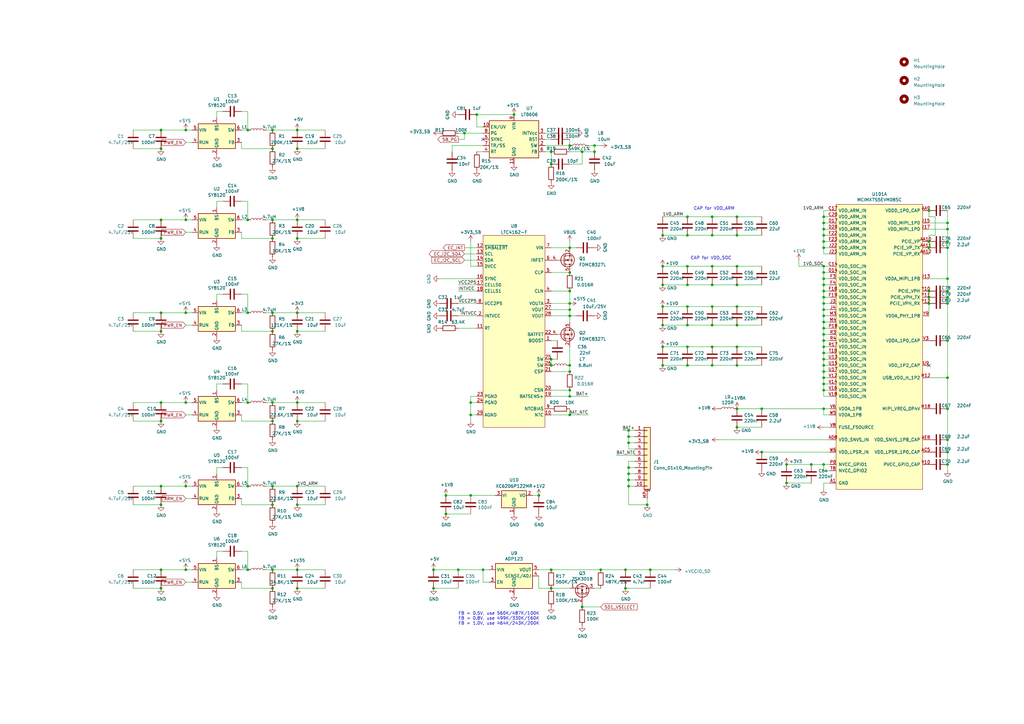
<source format=kicad_sch>
(kicad_sch (version 20210621) (generator eeschema)
  (paper "A3")
  (title_block (title "Lancer Mainboard") (date "2021-07-25") (rev "R0.1") (company "Copyright EI-2030 2021. / Engineer: Wenting Zhang") (comment 2 "MERCHANTABILITY, SATISFACTORY QUALITY AND FITNESS FOR A PARTICULAR PURPOSE.") (comment 3 "This source is distributed WITHOUT ANY EXPRESS OR IMPLIED WARRANTY, INCLUDING OF") (comment 4 "This source describes Open Hardware and is licensed under the CERN-OHL-S v2."))
  (junction (at 66.04 53.34) (diameter 0.9144))
  (junction (at 66.04 60.96) (diameter 0.9144))
  (junction (at 66.04 90.17) (diameter 0.9144))
  (junction (at 66.04 97.79) (diameter 0.9144))
  (junction (at 66.04 128.27) (diameter 0.9144))
  (junction (at 66.04 135.89) (diameter 0.9144))
  (junction (at 66.04 165.1) (diameter 0.9144))
  (junction (at 66.04 172.72) (diameter 0.9144))
  (junction (at 66.04 199.39) (diameter 0.9144))
  (junction (at 66.04 207.01) (diameter 0.9144))
  (junction (at 66.04 233.68) (diameter 0.9144))
  (junction (at 66.04 241.3) (diameter 0.9144))
  (junction (at 76.2 53.34) (diameter 0.9144))
  (junction (at 76.2 90.17) (diameter 0.9144))
  (junction (at 76.2 128.27) (diameter 0.9144))
  (junction (at 76.2 165.1) (diameter 0.9144))
  (junction (at 76.2 199.39) (diameter 0.9144))
  (junction (at 76.2 233.68) (diameter 0.9144))
  (junction (at 101.6 53.34) (diameter 0.9144))
  (junction (at 101.6 90.17) (diameter 0.9144))
  (junction (at 101.6 128.27) (diameter 0.9144))
  (junction (at 101.6 165.1) (diameter 0.9144))
  (junction (at 101.6 199.39) (diameter 0.9144))
  (junction (at 101.6 233.68) (diameter 0.9144))
  (junction (at 111.76 53.34) (diameter 0.9144))
  (junction (at 111.76 60.96) (diameter 0.9144))
  (junction (at 111.76 90.17) (diameter 0.9144))
  (junction (at 111.76 97.79) (diameter 0.9144))
  (junction (at 111.76 128.27) (diameter 0.9144))
  (junction (at 111.76 135.89) (diameter 0.9144))
  (junction (at 111.76 165.1) (diameter 0.9144))
  (junction (at 111.76 172.72) (diameter 0.9144))
  (junction (at 111.76 199.39) (diameter 0.9144))
  (junction (at 111.76 207.01) (diameter 0.9144))
  (junction (at 111.76 233.68) (diameter 0.9144))
  (junction (at 111.76 241.3) (diameter 0.9144))
  (junction (at 121.92 53.34) (diameter 0.9144))
  (junction (at 121.92 60.96) (diameter 0.9144))
  (junction (at 121.92 90.17) (diameter 0.9144))
  (junction (at 121.92 97.79) (diameter 0.9144))
  (junction (at 121.92 128.27) (diameter 0.9144))
  (junction (at 121.92 135.89) (diameter 0.9144))
  (junction (at 121.92 165.1) (diameter 0.9144))
  (junction (at 121.92 172.72) (diameter 0.9144))
  (junction (at 121.92 199.39) (diameter 0.9144))
  (junction (at 121.92 207.01) (diameter 0.9144))
  (junction (at 121.92 233.68) (diameter 0.9144))
  (junction (at 121.92 241.3) (diameter 0.9144))
  (junction (at 177.8 233.68) (diameter 0.9144))
  (junction (at 177.8 241.3) (diameter 0.9144))
  (junction (at 182.88 203.2) (diameter 0.9144))
  (junction (at 182.88 210.82) (diameter 0.9144))
  (junction (at 187.96 233.68) (diameter 0.9144))
  (junction (at 190.5 54.61) (diameter 0.9144))
  (junction (at 193.04 165.1) (diameter 0.9144))
  (junction (at 193.04 170.18) (diameter 0.9144))
  (junction (at 193.04 203.2) (diameter 0.9144))
  (junction (at 195.58 46.99) (diameter 0.9144))
  (junction (at 198.12 233.68) (diameter 0.9144))
  (junction (at 210.82 46.99) (diameter 0.9144))
  (junction (at 220.98 203.2) (diameter 0.9144))
  (junction (at 226.06 62.23) (diameter 0.9144))
  (junction (at 226.06 67.31) (diameter 0.9144))
  (junction (at 226.06 147.32) (diameter 0.9144))
  (junction (at 226.06 149.86) (diameter 0.9144))
  (junction (at 226.06 233.68) (diameter 0.9144))
  (junction (at 226.06 241.3) (diameter 0.9144))
  (junction (at 233.68 59.69) (diameter 0.9144))
  (junction (at 233.68 101.6) (diameter 0.9144))
  (junction (at 233.68 111.76) (diameter 0.9144))
  (junction (at 233.68 119.38) (diameter 0.9144))
  (junction (at 233.68 124.46) (diameter 0.9144))
  (junction (at 233.68 127) (diameter 0.9144))
  (junction (at 233.68 129.54) (diameter 0.9144))
  (junction (at 233.68 149.86) (diameter 0.9144))
  (junction (at 233.68 152.4) (diameter 0.9144))
  (junction (at 233.68 160.02) (diameter 0.9144))
  (junction (at 233.68 162.56) (diameter 0.9144))
  (junction (at 233.68 170.18) (diameter 0.9144))
  (junction (at 238.76 62.23) (diameter 0.9144))
  (junction (at 238.76 248.92) (diameter 0.9144))
  (junction (at 243.84 59.69) (diameter 0.9144))
  (junction (at 243.84 62.23) (diameter 0.9144))
  (junction (at 246.38 233.68) (diameter 0.9144))
  (junction (at 256.54 233.68) (diameter 0.9144))
  (junction (at 256.54 241.3) (diameter 0.9144))
  (junction (at 257.81 176.53) (diameter 0.9144))
  (junction (at 257.81 179.07) (diameter 0.9144))
  (junction (at 257.81 181.61) (diameter 0.9144))
  (junction (at 257.81 191.77) (diameter 0.9144))
  (junction (at 257.81 194.31) (diameter 0.9144))
  (junction (at 257.81 196.85) (diameter 0.9144))
  (junction (at 257.81 199.39) (diameter 0.9144))
  (junction (at 265.43 207.01) (diameter 0.9144))
  (junction (at 266.7 233.68) (diameter 0.9144))
  (junction (at 271.78 96.52) (diameter 0.9144))
  (junction (at 271.78 109.22) (diameter 0.9144))
  (junction (at 271.78 116.84) (diameter 0.9144))
  (junction (at 271.78 125.73) (diameter 0.9144))
  (junction (at 271.78 133.35) (diameter 0.9144))
  (junction (at 271.78 142.24) (diameter 0.9144))
  (junction (at 271.78 149.86) (diameter 0.9144))
  (junction (at 281.94 88.9) (diameter 0.9144))
  (junction (at 281.94 96.52) (diameter 0.9144))
  (junction (at 281.94 109.22) (diameter 0.9144))
  (junction (at 281.94 116.84) (diameter 0.9144))
  (junction (at 281.94 125.73) (diameter 0.9144))
  (junction (at 281.94 133.35) (diameter 0.9144))
  (junction (at 281.94 142.24) (diameter 0.9144))
  (junction (at 281.94 149.86) (diameter 0.9144))
  (junction (at 292.1 88.9) (diameter 0.9144))
  (junction (at 292.1 96.52) (diameter 0.9144))
  (junction (at 292.1 109.22) (diameter 0.9144))
  (junction (at 292.1 116.84) (diameter 0.9144))
  (junction (at 292.1 125.73) (diameter 0.9144))
  (junction (at 292.1 133.35) (diameter 0.9144))
  (junction (at 292.1 142.24) (diameter 0.9144))
  (junction (at 292.1 149.86) (diameter 0.9144))
  (junction (at 302.26 88.9) (diameter 0.9144))
  (junction (at 302.26 96.52) (diameter 0.9144))
  (junction (at 302.26 109.22) (diameter 0.9144))
  (junction (at 302.26 116.84) (diameter 0.9144))
  (junction (at 302.26 125.73) (diameter 0.9144))
  (junction (at 302.26 133.35) (diameter 0.9144))
  (junction (at 302.26 142.24) (diameter 0.9144))
  (junction (at 302.26 149.86) (diameter 0.9144))
  (junction (at 302.26 167.64) (diameter 0.9144))
  (junction (at 302.26 175.26) (diameter 0.9144))
  (junction (at 312.42 167.64) (diameter 0.9144))
  (junction (at 312.42 185.42) (diameter 0.9144))
  (junction (at 322.58 190.5) (diameter 0.9144))
  (junction (at 322.58 198.12) (diameter 0.9144))
  (junction (at 332.74 190.5) (diameter 0.9144))
  (junction (at 337.82 88.9) (diameter 0.9144))
  (junction (at 337.82 91.44) (diameter 0.9144))
  (junction (at 337.82 93.98) (diameter 0.9144))
  (junction (at 337.82 96.52) (diameter 0.9144))
  (junction (at 337.82 99.06) (diameter 0.9144))
  (junction (at 337.82 101.6) (diameter 0.9144))
  (junction (at 337.82 109.22) (diameter 0.9144))
  (junction (at 337.82 111.76) (diameter 0.9144))
  (junction (at 337.82 114.3) (diameter 0.9144))
  (junction (at 337.82 116.84) (diameter 0.9144))
  (junction (at 337.82 119.38) (diameter 0.9144))
  (junction (at 337.82 121.92) (diameter 0.9144))
  (junction (at 337.82 124.46) (diameter 0.9144))
  (junction (at 337.82 127) (diameter 0.9144))
  (junction (at 337.82 129.54) (diameter 0.9144))
  (junction (at 337.82 132.08) (diameter 0.9144))
  (junction (at 337.82 134.62) (diameter 0.9144))
  (junction (at 337.82 137.16) (diameter 0.9144))
  (junction (at 337.82 139.7) (diameter 0.9144))
  (junction (at 337.82 142.24) (diameter 0.9144))
  (junction (at 337.82 144.78) (diameter 0.9144))
  (junction (at 337.82 147.32) (diameter 0.9144))
  (junction (at 337.82 149.86) (diameter 0.9144))
  (junction (at 337.82 152.4) (diameter 0.9144))
  (junction (at 337.82 154.94) (diameter 0.9144))
  (junction (at 337.82 157.48) (diameter 0.9144))
  (junction (at 337.82 160.02) (diameter 0.9144))
  (junction (at 337.82 167.64) (diameter 0.9144))
  (junction (at 337.82 190.5) (diameter 0.9144))
  (junction (at 381 86.36) (diameter 0.9144))
  (junction (at 381 99.06) (diameter 0.9144))
  (junction (at 381 101.6) (diameter 0.9144))
  (junction (at 381 119.38) (diameter 0.9144))
  (junction (at 381 121.92) (diameter 0.9144))
  (junction (at 381 124.46) (diameter 0.9144))
  (junction (at 388.62 91.44) (diameter 0.9144))
  (junction (at 388.62 93.98) (diameter 0.9144))
  (junction (at 388.62 99.06) (diameter 0.9144))
  (junction (at 388.62 101.6) (diameter 0.9144))
  (junction (at 388.62 114.3) (diameter 0.9144))
  (junction (at 388.62 119.38) (diameter 0.9144))
  (junction (at 388.62 121.92) (diameter 0.9144))
  (junction (at 388.62 124.46) (diameter 0.9144))
  (junction (at 388.62 139.7) (diameter 0.9144))
  (junction (at 388.62 154.94) (diameter 0.9144))
  (junction (at 388.62 167.64) (diameter 0.9144))
  (junction (at 388.62 180.34) (diameter 0.9144))
  (junction (at 388.62 185.42) (diameter 0.9144))
  (junction (at 388.62 190.5) (diameter 0.9144))
  (no_connect (at 198.12 57.15))
  (no_connect (at 381 149.86))
  (wire (pts (xy 54.61 53.34) (xy 66.04 53.34)))
  (wire (pts (xy 54.61 60.96) (xy 66.04 60.96)))
  (wire (pts (xy 54.61 90.17) (xy 66.04 90.17)))
  (wire (pts (xy 54.61 97.79) (xy 66.04 97.79)))
  (wire (pts (xy 54.61 128.27) (xy 66.04 128.27)))
  (wire (pts (xy 54.61 135.89) (xy 66.04 135.89)))
  (wire (pts (xy 54.61 165.1) (xy 66.04 165.1)))
  (wire (pts (xy 54.61 172.72) (xy 66.04 172.72)))
  (wire (pts (xy 54.61 199.39) (xy 66.04 199.39)))
  (wire (pts (xy 54.61 207.01) (xy 66.04 207.01)))
  (wire (pts (xy 54.61 233.68) (xy 66.04 233.68)))
  (wire (pts (xy 54.61 241.3) (xy 66.04 241.3)))
  (wire (pts (xy 66.04 53.34) (xy 76.2 53.34)))
  (wire (pts (xy 66.04 90.17) (xy 76.2 90.17)))
  (wire (pts (xy 66.04 128.27) (xy 76.2 128.27)))
  (wire (pts (xy 66.04 165.1) (xy 76.2 165.1)))
  (wire (pts (xy 66.04 199.39) (xy 76.2 199.39)))
  (wire (pts (xy 66.04 233.68) (xy 76.2 233.68)))
  (wire (pts (xy 78.74 53.34) (xy 76.2 53.34)))
  (wire (pts (xy 78.74 58.42) (xy 76.2 58.42)))
  (wire (pts (xy 78.74 90.17) (xy 76.2 90.17)))
  (wire (pts (xy 78.74 95.25) (xy 76.2 95.25)))
  (wire (pts (xy 78.74 128.27) (xy 76.2 128.27)))
  (wire (pts (xy 78.74 133.35) (xy 76.2 133.35)))
  (wire (pts (xy 78.74 165.1) (xy 76.2 165.1)))
  (wire (pts (xy 78.74 170.18) (xy 76.2 170.18)))
  (wire (pts (xy 78.74 199.39) (xy 76.2 199.39)))
  (wire (pts (xy 78.74 204.47) (xy 76.2 204.47)))
  (wire (pts (xy 78.74 233.68) (xy 76.2 233.68)))
  (wire (pts (xy 78.74 238.76) (xy 76.2 238.76)))
  (wire (pts (xy 88.9 45.72) (xy 91.44 45.72)))
  (wire (pts (xy 88.9 48.26) (xy 88.9 45.72)))
  (wire (pts (xy 88.9 82.55) (xy 91.44 82.55)))
  (wire (pts (xy 88.9 85.09) (xy 88.9 82.55)))
  (wire (pts (xy 88.9 120.65) (xy 91.44 120.65)))
  (wire (pts (xy 88.9 123.19) (xy 88.9 120.65)))
  (wire (pts (xy 88.9 157.48) (xy 91.44 157.48)))
  (wire (pts (xy 88.9 160.02) (xy 88.9 157.48)))
  (wire (pts (xy 88.9 191.77) (xy 91.44 191.77)))
  (wire (pts (xy 88.9 194.31) (xy 88.9 191.77)))
  (wire (pts (xy 88.9 226.06) (xy 91.44 226.06)))
  (wire (pts (xy 88.9 228.6) (xy 88.9 226.06)))
  (wire (pts (xy 99.06 45.72) (xy 101.6 45.72)))
  (wire (pts (xy 99.06 60.96) (xy 99.06 58.42)))
  (wire (pts (xy 99.06 82.55) (xy 101.6 82.55)))
  (wire (pts (xy 99.06 97.79) (xy 99.06 95.25)))
  (wire (pts (xy 99.06 120.65) (xy 101.6 120.65)))
  (wire (pts (xy 99.06 135.89) (xy 99.06 133.35)))
  (wire (pts (xy 99.06 157.48) (xy 101.6 157.48)))
  (wire (pts (xy 99.06 172.72) (xy 99.06 170.18)))
  (wire (pts (xy 99.06 191.77) (xy 101.6 191.77)))
  (wire (pts (xy 99.06 207.01) (xy 99.06 204.47)))
  (wire (pts (xy 99.06 226.06) (xy 101.6 226.06)))
  (wire (pts (xy 99.06 241.3) (xy 99.06 238.76)))
  (wire (pts (xy 101.6 45.72) (xy 101.6 53.34)))
  (wire (pts (xy 101.6 53.34) (xy 99.06 53.34)))
  (wire (pts (xy 101.6 82.55) (xy 101.6 90.17)))
  (wire (pts (xy 101.6 90.17) (xy 99.06 90.17)))
  (wire (pts (xy 101.6 120.65) (xy 101.6 128.27)))
  (wire (pts (xy 101.6 128.27) (xy 99.06 128.27)))
  (wire (pts (xy 101.6 157.48) (xy 101.6 165.1)))
  (wire (pts (xy 101.6 165.1) (xy 99.06 165.1)))
  (wire (pts (xy 101.6 191.77) (xy 101.6 199.39)))
  (wire (pts (xy 101.6 199.39) (xy 99.06 199.39)))
  (wire (pts (xy 101.6 226.06) (xy 101.6 233.68)))
  (wire (pts (xy 101.6 233.68) (xy 99.06 233.68)))
  (wire (pts (xy 111.76 53.34) (xy 109.22 53.34)))
  (wire (pts (xy 111.76 53.34) (xy 121.92 53.34)))
  (wire (pts (xy 111.76 60.96) (xy 99.06 60.96)))
  (wire (pts (xy 111.76 90.17) (xy 109.22 90.17)))
  (wire (pts (xy 111.76 90.17) (xy 121.92 90.17)))
  (wire (pts (xy 111.76 97.79) (xy 99.06 97.79)))
  (wire (pts (xy 111.76 128.27) (xy 109.22 128.27)))
  (wire (pts (xy 111.76 128.27) (xy 121.92 128.27)))
  (wire (pts (xy 111.76 135.89) (xy 99.06 135.89)))
  (wire (pts (xy 111.76 165.1) (xy 109.22 165.1)))
  (wire (pts (xy 111.76 165.1) (xy 121.92 165.1)))
  (wire (pts (xy 111.76 172.72) (xy 99.06 172.72)))
  (wire (pts (xy 111.76 199.39) (xy 109.22 199.39)))
  (wire (pts (xy 111.76 199.39) (xy 121.92 199.39)))
  (wire (pts (xy 111.76 207.01) (xy 99.06 207.01)))
  (wire (pts (xy 111.76 233.68) (xy 109.22 233.68)))
  (wire (pts (xy 111.76 233.68) (xy 121.92 233.68)))
  (wire (pts (xy 111.76 241.3) (xy 99.06 241.3)))
  (wire (pts (xy 121.92 53.34) (xy 133.35 53.34)))
  (wire (pts (xy 121.92 60.96) (xy 133.35 60.96)))
  (wire (pts (xy 121.92 90.17) (xy 133.35 90.17)))
  (wire (pts (xy 121.92 97.79) (xy 133.35 97.79)))
  (wire (pts (xy 121.92 128.27) (xy 133.35 128.27)))
  (wire (pts (xy 121.92 135.89) (xy 133.35 135.89)))
  (wire (pts (xy 121.92 165.1) (xy 133.35 165.1)))
  (wire (pts (xy 121.92 172.72) (xy 133.35 172.72)))
  (wire (pts (xy 121.92 199.39) (xy 133.35 199.39)))
  (wire (pts (xy 121.92 207.01) (xy 133.35 207.01)))
  (wire (pts (xy 121.92 233.68) (xy 133.35 233.68)))
  (wire (pts (xy 121.92 241.3) (xy 133.35 241.3)))
  (wire (pts (xy 180.34 114.3) (xy 195.58 114.3)))
  (wire (pts (xy 185.42 59.69) (xy 185.42 62.23)))
  (wire (pts (xy 187.96 54.61) (xy 190.5 54.61)))
  (wire (pts (xy 187.96 57.15) (xy 190.5 57.15)))
  (wire (pts (xy 187.96 116.84) (xy 195.58 116.84)))
  (wire (pts (xy 187.96 119.38) (xy 195.58 119.38)))
  (wire (pts (xy 187.96 124.46) (xy 195.58 124.46)))
  (wire (pts (xy 187.96 129.54) (xy 195.58 129.54)))
  (wire (pts (xy 187.96 134.62) (xy 195.58 134.62)))
  (wire (pts (xy 187.96 233.68) (xy 177.8 233.68)))
  (wire (pts (xy 187.96 241.3) (xy 177.8 241.3)))
  (wire (pts (xy 190.5 54.61) (xy 198.12 54.61)))
  (wire (pts (xy 190.5 57.15) (xy 190.5 54.61)))
  (wire (pts (xy 190.5 101.6) (xy 195.58 101.6)))
  (wire (pts (xy 190.5 104.14) (xy 195.58 104.14)))
  (wire (pts (xy 190.5 106.68) (xy 195.58 106.68)))
  (wire (pts (xy 193.04 109.22) (xy 193.04 99.06)))
  (wire (pts (xy 193.04 162.56) (xy 193.04 165.1)))
  (wire (pts (xy 193.04 165.1) (xy 193.04 170.18)))
  (wire (pts (xy 193.04 165.1) (xy 195.58 165.1)))
  (wire (pts (xy 193.04 170.18) (xy 193.04 172.72)))
  (wire (pts (xy 193.04 203.2) (xy 182.88 203.2)))
  (wire (pts (xy 193.04 203.2) (xy 203.2 203.2)))
  (wire (pts (xy 193.04 210.82) (xy 182.88 210.82)))
  (wire (pts (xy 195.58 46.99) (xy 210.82 46.99)))
  (wire (pts (xy 195.58 52.07) (xy 195.58 46.99)))
  (wire (pts (xy 195.58 62.23) (xy 198.12 62.23)))
  (wire (pts (xy 195.58 109.22) (xy 193.04 109.22)))
  (wire (pts (xy 195.58 162.56) (xy 193.04 162.56)))
  (wire (pts (xy 195.58 170.18) (xy 193.04 170.18)))
  (wire (pts (xy 198.12 52.07) (xy 195.58 52.07)))
  (wire (pts (xy 198.12 59.69) (xy 185.42 59.69)))
  (wire (pts (xy 198.12 233.68) (xy 187.96 233.68)))
  (wire (pts (xy 198.12 233.68) (xy 200.66 233.68)))
  (wire (pts (xy 198.12 238.76) (xy 198.12 233.68)))
  (wire (pts (xy 200.66 238.76) (xy 198.12 238.76)))
  (wire (pts (xy 218.44 203.2) (xy 220.98 203.2)))
  (wire (pts (xy 220.98 233.68) (xy 226.06 233.68)))
  (wire (pts (xy 220.98 236.22) (xy 220.98 241.3)))
  (wire (pts (xy 220.98 241.3) (xy 226.06 241.3)))
  (wire (pts (xy 223.52 54.61) (xy 226.06 54.61)))
  (wire (pts (xy 223.52 57.15) (xy 226.06 57.15)))
  (wire (pts (xy 223.52 59.69) (xy 233.68 59.69)))
  (wire (pts (xy 223.52 62.23) (xy 226.06 62.23)))
  (wire (pts (xy 226.06 62.23) (xy 226.06 67.31)))
  (wire (pts (xy 226.06 101.6) (xy 233.68 101.6)))
  (wire (pts (xy 226.06 111.76) (xy 233.68 111.76)))
  (wire (pts (xy 226.06 119.38) (xy 233.68 119.38)))
  (wire (pts (xy 226.06 124.46) (xy 233.68 124.46)))
  (wire (pts (xy 226.06 127) (xy 233.68 127)))
  (wire (pts (xy 226.06 129.54) (xy 233.68 129.54)))
  (wire (pts (xy 226.06 139.7) (xy 228.6 139.7)))
  (wire (pts (xy 226.06 147.32) (xy 226.06 149.86)))
  (wire (pts (xy 226.06 147.32) (xy 228.6 147.32)))
  (wire (pts (xy 226.06 152.4) (xy 233.68 152.4)))
  (wire (pts (xy 226.06 160.02) (xy 233.68 160.02)))
  (wire (pts (xy 226.06 162.56) (xy 233.68 162.56)))
  (wire (pts (xy 226.06 170.18) (xy 233.68 170.18)))
  (wire (pts (xy 226.06 233.68) (xy 246.38 233.68)))
  (wire (pts (xy 233.68 54.61) (xy 236.22 54.61)))
  (wire (pts (xy 233.68 57.15) (xy 233.68 59.69)))
  (wire (pts (xy 233.68 62.23) (xy 238.76 62.23)))
  (wire (pts (xy 233.68 67.31) (xy 238.76 67.31)))
  (wire (pts (xy 233.68 99.06) (xy 233.68 101.6)))
  (wire (pts (xy 233.68 101.6) (xy 236.22 101.6)))
  (wire (pts (xy 233.68 119.38) (xy 233.68 124.46)))
  (wire (pts (xy 233.68 124.46) (xy 233.68 127)))
  (wire (pts (xy 233.68 127) (xy 233.68 129.54)))
  (wire (pts (xy 233.68 129.54) (xy 233.68 132.08)))
  (wire (pts (xy 233.68 129.54) (xy 236.22 129.54)))
  (wire (pts (xy 233.68 142.24) (xy 233.68 149.86)))
  (wire (pts (xy 233.68 149.86) (xy 233.68 152.4)))
  (wire (pts (xy 233.68 162.56) (xy 233.68 160.02)))
  (wire (pts (xy 233.68 162.56) (xy 241.3 162.56)))
  (wire (pts (xy 233.68 167.64) (xy 233.68 170.18)))
  (wire (pts (xy 233.68 170.18) (xy 241.3 170.18)))
  (wire (pts (xy 233.68 241.3) (xy 226.06 241.3)))
  (wire (pts (xy 238.76 62.23) (xy 243.84 62.23)))
  (wire (pts (xy 238.76 67.31) (xy 238.76 62.23)))
  (wire (pts (xy 238.76 248.92) (xy 246.38 248.92)))
  (wire (pts (xy 241.3 59.69) (xy 243.84 59.69)))
  (wire (pts (xy 243.84 59.69) (xy 243.84 62.23)))
  (wire (pts (xy 243.84 59.69) (xy 246.38 59.69)))
  (wire (pts (xy 243.84 241.3) (xy 246.38 241.3)))
  (wire (pts (xy 246.38 233.68) (xy 256.54 233.68)))
  (wire (pts (xy 255.27 176.53) (xy 257.81 176.53)))
  (wire (pts (xy 256.54 233.68) (xy 266.7 233.68)))
  (wire (pts (xy 257.81 176.53) (xy 260.35 176.53)))
  (wire (pts (xy 257.81 179.07) (xy 257.81 176.53)))
  (wire (pts (xy 257.81 179.07) (xy 260.35 179.07)))
  (wire (pts (xy 257.81 181.61) (xy 257.81 179.07)))
  (wire (pts (xy 257.81 181.61) (xy 260.35 181.61)))
  (wire (pts (xy 257.81 184.15) (xy 257.81 181.61)))
  (wire (pts (xy 257.81 189.23) (xy 257.81 191.77)))
  (wire (pts (xy 257.81 191.77) (xy 257.81 194.31)))
  (wire (pts (xy 257.81 194.31) (xy 257.81 196.85)))
  (wire (pts (xy 257.81 194.31) (xy 260.35 194.31)))
  (wire (pts (xy 257.81 196.85) (xy 257.81 199.39)))
  (wire (pts (xy 257.81 196.85) (xy 260.35 196.85)))
  (wire (pts (xy 257.81 199.39) (xy 257.81 207.01)))
  (wire (pts (xy 257.81 199.39) (xy 260.35 199.39)))
  (wire (pts (xy 257.81 207.01) (xy 265.43 207.01)))
  (wire (pts (xy 260.35 184.15) (xy 257.81 184.15)))
  (wire (pts (xy 260.35 186.69) (xy 252.73 186.69)))
  (wire (pts (xy 260.35 189.23) (xy 257.81 189.23)))
  (wire (pts (xy 260.35 191.77) (xy 257.81 191.77)))
  (wire (pts (xy 265.43 204.47) (xy 265.43 207.01)))
  (wire (pts (xy 266.7 233.68) (xy 276.86 233.68)))
  (wire (pts (xy 266.7 241.3) (xy 256.54 241.3)))
  (wire (pts (xy 271.78 88.9) (xy 281.94 88.9)))
  (wire (pts (xy 271.78 109.22) (xy 281.94 109.22)))
  (wire (pts (xy 271.78 125.73) (xy 281.94 125.73)))
  (wire (pts (xy 271.78 142.24) (xy 281.94 142.24)))
  (wire (pts (xy 281.94 96.52) (xy 271.78 96.52)))
  (wire (pts (xy 281.94 116.84) (xy 271.78 116.84)))
  (wire (pts (xy 281.94 133.35) (xy 271.78 133.35)))
  (wire (pts (xy 281.94 149.86) (xy 271.78 149.86)))
  (wire (pts (xy 292.1 88.9) (xy 281.94 88.9)))
  (wire (pts (xy 292.1 96.52) (xy 281.94 96.52)))
  (wire (pts (xy 292.1 109.22) (xy 281.94 109.22)))
  (wire (pts (xy 292.1 116.84) (xy 281.94 116.84)))
  (wire (pts (xy 292.1 125.73) (xy 281.94 125.73)))
  (wire (pts (xy 292.1 133.35) (xy 281.94 133.35)))
  (wire (pts (xy 292.1 142.24) (xy 281.94 142.24)))
  (wire (pts (xy 292.1 149.86) (xy 281.94 149.86)))
  (wire (pts (xy 294.64 180.34) (xy 340.36 180.34)))
  (wire (pts (xy 302.26 88.9) (xy 292.1 88.9)))
  (wire (pts (xy 302.26 96.52) (xy 292.1 96.52)))
  (wire (pts (xy 302.26 109.22) (xy 292.1 109.22)))
  (wire (pts (xy 302.26 116.84) (xy 292.1 116.84)))
  (wire (pts (xy 302.26 125.73) (xy 292.1 125.73)))
  (wire (pts (xy 302.26 133.35) (xy 292.1 133.35)))
  (wire (pts (xy 302.26 142.24) (xy 292.1 142.24)))
  (wire (pts (xy 302.26 149.86) (xy 292.1 149.86)))
  (wire (pts (xy 312.42 88.9) (xy 302.26 88.9)))
  (wire (pts (xy 312.42 96.52) (xy 302.26 96.52)))
  (wire (pts (xy 312.42 109.22) (xy 302.26 109.22)))
  (wire (pts (xy 312.42 116.84) (xy 302.26 116.84)))
  (wire (pts (xy 312.42 125.73) (xy 302.26 125.73)))
  (wire (pts (xy 312.42 133.35) (xy 302.26 133.35)))
  (wire (pts (xy 312.42 142.24) (xy 302.26 142.24)))
  (wire (pts (xy 312.42 149.86) (xy 302.26 149.86)))
  (wire (pts (xy 312.42 167.64) (xy 302.26 167.64)))
  (wire (pts (xy 312.42 167.64) (xy 337.82 167.64)))
  (wire (pts (xy 312.42 175.26) (xy 302.26 175.26)))
  (wire (pts (xy 312.42 185.42) (xy 340.36 185.42)))
  (wire (pts (xy 327.66 106.68) (xy 327.66 109.22)))
  (wire (pts (xy 327.66 109.22) (xy 337.82 109.22)))
  (wire (pts (xy 332.74 190.5) (xy 322.58 190.5)))
  (wire (pts (xy 332.74 190.5) (xy 337.82 190.5)))
  (wire (pts (xy 332.74 198.12) (xy 322.58 198.12)))
  (wire (pts (xy 337.82 86.36) (xy 337.82 88.9)))
  (wire (pts (xy 337.82 86.36) (xy 340.36 86.36)))
  (wire (pts (xy 337.82 88.9) (xy 337.82 91.44)))
  (wire (pts (xy 337.82 91.44) (xy 337.82 93.98)))
  (wire (pts (xy 337.82 93.98) (xy 337.82 96.52)))
  (wire (pts (xy 337.82 96.52) (xy 337.82 99.06)))
  (wire (pts (xy 337.82 99.06) (xy 337.82 101.6)))
  (wire (pts (xy 337.82 101.6) (xy 337.82 104.14)))
  (wire (pts (xy 337.82 109.22) (xy 337.82 111.76)))
  (wire (pts (xy 337.82 111.76) (xy 337.82 114.3)))
  (wire (pts (xy 337.82 114.3) (xy 337.82 116.84)))
  (wire (pts (xy 337.82 116.84) (xy 337.82 119.38)))
  (wire (pts (xy 337.82 119.38) (xy 337.82 121.92)))
  (wire (pts (xy 337.82 121.92) (xy 337.82 124.46)))
  (wire (pts (xy 337.82 124.46) (xy 337.82 127)))
  (wire (pts (xy 337.82 127) (xy 337.82 129.54)))
  (wire (pts (xy 337.82 129.54) (xy 337.82 132.08)))
  (wire (pts (xy 337.82 132.08) (xy 337.82 134.62)))
  (wire (pts (xy 337.82 134.62) (xy 337.82 137.16)))
  (wire (pts (xy 337.82 137.16) (xy 337.82 139.7)))
  (wire (pts (xy 337.82 139.7) (xy 337.82 142.24)))
  (wire (pts (xy 337.82 142.24) (xy 337.82 144.78)))
  (wire (pts (xy 337.82 144.78) (xy 337.82 147.32)))
  (wire (pts (xy 337.82 147.32) (xy 337.82 149.86)))
  (wire (pts (xy 337.82 149.86) (xy 337.82 152.4)))
  (wire (pts (xy 337.82 152.4) (xy 337.82 154.94)))
  (wire (pts (xy 337.82 154.94) (xy 337.82 157.48)))
  (wire (pts (xy 337.82 157.48) (xy 337.82 160.02)))
  (wire (pts (xy 337.82 160.02) (xy 337.82 162.56)))
  (wire (pts (xy 337.82 162.56) (xy 340.36 162.56)))
  (wire (pts (xy 337.82 167.64) (xy 340.36 167.64)))
  (wire (pts (xy 337.82 170.18) (xy 337.82 167.64)))
  (wire (pts (xy 337.82 190.5) (xy 340.36 190.5)))
  (wire (pts (xy 337.82 193.04) (xy 337.82 190.5)))
  (wire (pts (xy 337.82 198.12) (xy 337.82 200.66)))
  (wire (pts (xy 340.36 88.9) (xy 337.82 88.9)))
  (wire (pts (xy 340.36 91.44) (xy 337.82 91.44)))
  (wire (pts (xy 340.36 93.98) (xy 337.82 93.98)))
  (wire (pts (xy 340.36 96.52) (xy 337.82 96.52)))
  (wire (pts (xy 340.36 99.06) (xy 337.82 99.06)))
  (wire (pts (xy 340.36 101.6) (xy 337.82 101.6)))
  (wire (pts (xy 340.36 104.14) (xy 337.82 104.14)))
  (wire (pts (xy 340.36 109.22) (xy 337.82 109.22)))
  (wire (pts (xy 340.36 111.76) (xy 337.82 111.76)))
  (wire (pts (xy 340.36 114.3) (xy 337.82 114.3)))
  (wire (pts (xy 340.36 116.84) (xy 337.82 116.84)))
  (wire (pts (xy 340.36 119.38) (xy 337.82 119.38)))
  (wire (pts (xy 340.36 121.92) (xy 337.82 121.92)))
  (wire (pts (xy 340.36 124.46) (xy 337.82 124.46)))
  (wire (pts (xy 340.36 127) (xy 337.82 127)))
  (wire (pts (xy 340.36 129.54) (xy 337.82 129.54)))
  (wire (pts (xy 340.36 132.08) (xy 337.82 132.08)))
  (wire (pts (xy 340.36 134.62) (xy 337.82 134.62)))
  (wire (pts (xy 340.36 137.16) (xy 337.82 137.16)))
  (wire (pts (xy 340.36 139.7) (xy 337.82 139.7)))
  (wire (pts (xy 340.36 142.24) (xy 337.82 142.24)))
  (wire (pts (xy 340.36 144.78) (xy 337.82 144.78)))
  (wire (pts (xy 340.36 147.32) (xy 337.82 147.32)))
  (wire (pts (xy 340.36 149.86) (xy 337.82 149.86)))
  (wire (pts (xy 340.36 152.4) (xy 337.82 152.4)))
  (wire (pts (xy 340.36 154.94) (xy 337.82 154.94)))
  (wire (pts (xy 340.36 157.48) (xy 337.82 157.48)))
  (wire (pts (xy 340.36 160.02) (xy 337.82 160.02)))
  (wire (pts (xy 340.36 170.18) (xy 337.82 170.18)))
  (wire (pts (xy 340.36 175.26) (xy 337.82 175.26)))
  (wire (pts (xy 340.36 193.04) (xy 337.82 193.04)))
  (wire (pts (xy 340.36 198.12) (xy 337.82 198.12)))
  (wire (pts (xy 381 86.36) (xy 381 88.9)))
  (wire (pts (xy 381 88.9) (xy 383.54 88.9)))
  (wire (pts (xy 381 91.44) (xy 388.62 91.44)))
  (wire (pts (xy 381 93.98) (xy 388.62 93.98)))
  (wire (pts (xy 381 96.52) (xy 381 99.06)))
  (wire (pts (xy 381 99.06) (xy 381 101.6)))
  (wire (pts (xy 381 101.6) (xy 381 104.14)))
  (wire (pts (xy 381 114.3) (xy 388.62 114.3)))
  (wire (pts (xy 381 119.38) (xy 381 121.92)))
  (wire (pts (xy 381 121.92) (xy 381 124.46)))
  (wire (pts (xy 381 124.46) (xy 381 129.54)))
  (wire (pts (xy 381 154.94) (xy 388.62 154.94)))
  (wire (pts (xy 383.54 88.9) (xy 383.54 96.52)))
  (wire (pts (xy 383.54 96.52) (xy 381 96.52)))
  (wire (pts (xy 388.62 86.36) (xy 388.62 91.44)))
  (wire (pts (xy 388.62 91.44) (xy 388.62 93.98)))
  (wire (pts (xy 388.62 93.98) (xy 388.62 99.06)))
  (wire (pts (xy 388.62 99.06) (xy 388.62 101.6)))
  (wire (pts (xy 388.62 101.6) (xy 388.62 114.3)))
  (wire (pts (xy 388.62 114.3) (xy 388.62 119.38)))
  (wire (pts (xy 388.62 119.38) (xy 388.62 121.92)))
  (wire (pts (xy 388.62 121.92) (xy 388.62 124.46)))
  (wire (pts (xy 388.62 124.46) (xy 388.62 139.7)))
  (wire (pts (xy 388.62 139.7) (xy 388.62 154.94)))
  (wire (pts (xy 388.62 154.94) (xy 388.62 167.64)))
  (wire (pts (xy 388.62 167.64) (xy 388.62 180.34)))
  (wire (pts (xy 388.62 180.34) (xy 388.62 185.42)))
  (wire (pts (xy 388.62 185.42) (xy 388.62 190.5)))
  (wire (pts (xy 388.62 190.5) (xy 388.62 193.04)))
  (text "FB = 0.5V, use 560K/487K/100K\nFB = 0.8V, use 499K/330K/160K\nFB = 1.0V, use 464K/243K/200K" (at 187.96 256.54 0) (effects (font (size 1.27 1.27)) (justify left bottom)))
  (text "CAP for VDD_SOC" (at 283.21 106.68 0) (effects (font (size 1.27 1.27)) (justify left bottom)))
  (text "CAP for VDD_ARM" (at 284.48 86.36 0) (effects (font (size 1.27 1.27)) (justify left bottom)))
  (label "1V0_ARM" (at 121.92 199.39 0))
  (label "VCC2P5" (at 187.96 116.84 0))
  (label "INTVCC" (at 187.96 119.38 0))
  (label "VCC2P5" (at 195.58 124.46 180))
  (label "INTVCC" (at 195.58 129.54 180))
  (label "BAT+" (at 241.3 162.56 180))
  (label "BAT_NTC" (at 241.3 170.18 180))
  (label "BAT_NTC" (at 252.73 186.69 0))
  (label "BAT+" (at 255.27 176.53 0))
  (label "1V0_ARM" (at 271.78 88.9 0))
  (label "1V0_ARM" (at 337.82 86.36 180))
  (label "1V0_SOC" (at 337.82 109.22 180))
  (global_label "PWR_EN" (shape input) (at 76.2 58.42 180) (property "Intersheet References" "${INTERSHEET_REFS}" (effects hide)))
  (global_label "PWR_EN" (shape input) (at 76.2 95.25 180) (property "Intersheet References" "${INTERSHEET_REFS}" (effects hide)))
  (global_label "PWR_EN" (shape input) (at 76.2 133.35 180) (property "Intersheet References" "${INTERSHEET_REFS}" (effects hide)))
  (global_label "PWR_EN" (shape input) (at 76.2 170.18 180) (property "Intersheet References" "${INTERSHEET_REFS}" (effects hide)))
  (global_label "ARM_EN" (shape input) (at 76.2 204.47 180) (property "Intersheet References" "${INTERSHEET_REFS}" (effects hide)))
  (global_label "PWR_EN" (shape input) (at 76.2 238.76 180) (property "Intersheet References" "${INTERSHEET_REFS}" (effects hide)))
  (global_label "SB_PG" (shape output) (at 187.96 57.15 180) (property "Intersheet References" "${INTERSHEET_REFS}" (effects hide)))
  (global_label "EC_INT" (shape output) (at 190.5 101.6 180) (property "Intersheet References" "${INTERSHEET_REFS}" (effects hide)))
  (global_label "EC_I2C_SDA" (shape bidirectional) (at 190.5 104.14 180) (property "Intersheet References" "${INTERSHEET_REFS}" (effects hide)))
  (global_label "EC_I2C_SCL" (shape input) (at 190.5 106.68 180) (property "Intersheet References" "${INTERSHEET_REFS}" (effects hide)))
  (global_label "SD1_VSELECT" (shape input) (at 246.38 248.92 0) (property "Intersheet References" "${INTERSHEET_REFS}" (effects hide)))
  (symbol (lib_id "symbols:+SYS") (at 76.2 53.34 0) (unit 1)
    (property "Reference" "#PWR07" (effects hide))
    (property "Value" "+SYS" (at 73.0249 49.53 0) (effects (justify left)))
  )
  (symbol (lib_id "symbols:+SYS") (at 76.2 90.17 0) (unit 1)
    (property "Reference" "#PWR08" (effects hide))
    (property "Value" "+SYS" (at 73.0249 86.36 0) (effects (justify left)))
  )
  (symbol (lib_id "symbols:+SYS") (at 76.2 128.27 0) (unit 1)
    (property "Reference" "#PWR09" (effects hide))
    (property "Value" "+SYS" (at 73.0249 124.46 0) (effects (justify left)))
  )
  (symbol (lib_id "symbols:+SYS") (at 76.2 165.1 0) (unit 1)
    (property "Reference" "#PWR010" (effects hide))
    (property "Value" "+SYS" (at 73.0249 161.29 0) (effects (justify left)))
  )
  (symbol (lib_id "symbols:+SYS") (at 76.2 199.39 0) (unit 1)
    (property "Reference" "#PWR011" (effects hide))
    (property "Value" "+SYS" (at 73.0249 195.58 0) (effects (justify left)))
  )
  (symbol (lib_id "symbols:+SYS") (at 76.2 233.68 0) (unit 1)
    (property "Reference" "#PWR012" (effects hide))
    (property "Value" "+SYS" (at 73.0249 229.87 0) (effects (justify left)))
  )
  (symbol (lib_id "power:+5V") (at 121.92 53.34 0) (unit 1)
    (property "Reference" "#PWR025" (effects hide))
    (property "Value" "+5V" (at 122.301 48.9458 0))
  )
  (symbol (lib_id "power:+1V8") (at 121.92 90.17 0) (unit 1)
    (property "Reference" "#PWR027" (effects hide))
    (property "Value" "+1V8" (at 122.301 85.7758 0))
  )
  (symbol (lib_id "power:+3V3") (at 121.92 128.27 0) (unit 1)
    (property "Reference" "#PWR029" (effects hide))
    (property "Value" "+3V3" (at 121.92 124.46 0))
  )
  (symbol (lib_id "power:+1V0") (at 121.92 165.1 0) (unit 1)
    (property "Reference" "#PWR031" (effects hide))
    (property "Value" "+1V0" (at 122.301 160.7058 0))
  )
  (symbol (lib_id "power:+1V35") (at 121.92 233.68 0) (unit 1)
    (property "Reference" "#PWR034" (effects hide))
    (property "Value" "+1V35" (at 121.92 229.87 0))
  )
  (symbol (lib_id "power:+5V") (at 177.8 233.68 0) (unit 1)
    (property "Reference" "#PWR0162" (effects hide))
    (property "Value" "+5V" (at 178.181 229.2858 0))
  )
  (symbol (lib_id "symbols:+3V3_SB") (at 180.34 54.61 90) (unit 1)
    (property "Reference" "#PWR038" (effects hide))
    (property "Value" "+3V3_SB" (at 176.53 53.9749 90) (effects (justify left)))
  )
  (symbol (lib_id "power:+1V8") (at 182.88 203.2 0) (unit 1)
    (property "Reference" "#PWR036" (effects hide))
    (property "Value" "+1V8" (at 183.261 198.8058 0))
  )
  (symbol (lib_id "symbols:+3V3_SB") (at 193.04 99.06 0) (unit 1)
    (property "Reference" "#PWR044" (effects hide))
    (property "Value" "+3V3_SB" (at 193.04 95.25 0))
  )
  (symbol (lib_id "symbols:+SYS") (at 210.82 46.99 0) (unit 1)
    (property "Reference" "#PWR047" (effects hide))
    (property "Value" "+SYS" (at 207.6449 43.18 0) (effects (justify left)))
  )
  (symbol (lib_id "power:+1V2") (at 220.98 203.2 0) (unit 1)
    (property "Reference" "#PWR071" (effects hide))
    (property "Value" "+1V2" (at 220.98 199.39 0))
  )
  (symbol (lib_id "power:VBUS") (at 233.68 99.06 0) (unit 1)
    (property "Reference" "#PWR052" (effects hide))
    (property "Value" "VBUS" (at 233.68 95.25 0))
  )
  (symbol (lib_id "symbols:+SYS") (at 233.68 124.46 270) (unit 1)
    (property "Reference" "#PWR053" (effects hide))
    (property "Value" "+SYS" (at 234.95 122.5549 90) (effects (justify left)))
  )
  (symbol (lib_id "symbols:+3V3_SB") (at 246.38 59.69 270) (unit 1)
    (property "Reference" "#PWR060" (effects hide))
    (property "Value" "+3V3_SB" (at 250.19 60.3249 90) (effects (justify left)))
  )
  (symbol (lib_id "power:+1V0") (at 271.78 109.22 0) (unit 1)
    (property "Reference" "#PWR065" (effects hide))
    (property "Value" "+1V0" (at 275.59 107.95 0))
  )
  (symbol (lib_id "power:+1V0") (at 271.78 125.73 0) (unit 1)
    (property "Reference" "#PWR067" (effects hide))
    (property "Value" "+1V0" (at 275.59 124.46 0))
  )
  (symbol (lib_id "power:+1V0") (at 271.78 142.24 0) (unit 1)
    (property "Reference" "#PWR0151" (effects hide))
    (property "Value" "+1V0" (at 275.59 140.97 0))
  )
  (symbol (lib_id "symbols:+VCCIO_SD") (at 276.86 233.68 270) (unit 1)
    (property "Reference" "#PWR062" (effects hide))
    (property "Value" "+VCCIO_SD" (at 280.67 234.3149 90) (effects (justify left)))
  )
  (symbol (lib_id "power:+1V8") (at 294.64 167.64 90) (unit 1)
    (property "Reference" "#PWR070" (effects hide))
    (property "Value" "+1V8" (at 291.3888 167.259 90) (effects (justify left)))
  )
  (symbol (lib_id "symbols:+3V3_SB") (at 294.64 180.34 90) (unit 1)
    (property "Reference" "#PWR069" (effects hide))
    (property "Value" "+3V3_SB" (at 290.83 180.9749 90) (effects (justify left)))
  )
  (symbol (lib_id "symbols:+1V8A") (at 302.26 167.64 0) (unit 1)
    (property "Reference" "#PWR073" (effects hide))
    (property "Value" "+1V8A" (at 302.641 163.2458 0))
  )
  (symbol (lib_id "power:+1V8") (at 312.42 185.42 90) (unit 1)
    (property "Reference" "#PWR075" (effects hide))
    (property "Value" "+1V8" (at 309.1688 185.039 90) (effects (justify left)))
  )
  (symbol (lib_id "power:+3V3") (at 322.58 190.5 0) (unit 1)
    (property "Reference" "#PWR077" (effects hide))
    (property "Value" "+3V3" (at 326.39 189.23 0))
  )
  (symbol (lib_id "power:+1V0") (at 327.66 106.68 0) (unit 1)
    (property "Reference" "#PWR079" (effects hide))
    (property "Value" "+1V0" (at 327.66 102.87 0))
  )
  (symbol (lib_id "power:+1V8") (at 337.82 175.26 90) (unit 1)
    (property "Reference" "#PWR080" (effects hide))
    (property "Value" "+1V8" (at 334.5688 174.879 90) (effects (justify left)))
  )
  (symbol (lib_id "power:GND") (at 66.04 60.96 0) (unit 1)
    (property "Reference" "#PWR01" (effects hide))
    (property "Value" "GND" (at 66.167 65.3542 0))
  )
  (symbol (lib_id "power:GND") (at 66.04 97.79 0) (unit 1)
    (property "Reference" "#PWR02" (effects hide))
    (property "Value" "GND" (at 66.167 102.1842 0))
  )
  (symbol (lib_id "power:GND") (at 66.04 135.89 0) (unit 1)
    (property "Reference" "#PWR03" (effects hide))
    (property "Value" "GND" (at 66.167 140.2842 0))
  )
  (symbol (lib_id "power:GND") (at 66.04 172.72 0) (unit 1)
    (property "Reference" "#PWR04" (effects hide))
    (property "Value" "GND" (at 66.167 177.1142 0))
  )
  (symbol (lib_id "power:GND") (at 66.04 207.01 0) (unit 1)
    (property "Reference" "#PWR05" (effects hide))
    (property "Value" "GND" (at 66.167 211.4042 0))
  )
  (symbol (lib_id "power:GND") (at 66.04 241.3 0) (unit 1)
    (property "Reference" "#PWR06" (effects hide))
    (property "Value" "GND" (at 66.167 245.6942 0))
  )
  (symbol (lib_id "power:GND") (at 88.9 63.5 0) (unit 1)
    (property "Reference" "#PWR013" (effects hide))
    (property "Value" "GND" (at 89.027 67.8942 0))
  )
  (symbol (lib_id "power:GND") (at 88.9 100.33 0) (unit 1)
    (property "Reference" "#PWR014" (effects hide))
    (property "Value" "GND" (at 89.027 104.7242 0))
  )
  (symbol (lib_id "power:GND") (at 88.9 138.43 0) (unit 1)
    (property "Reference" "#PWR015" (effects hide))
    (property "Value" "GND" (at 89.027 142.8242 0))
  )
  (symbol (lib_id "power:GND") (at 88.9 175.26 0) (unit 1)
    (property "Reference" "#PWR016" (effects hide))
    (property "Value" "GND" (at 89.027 179.6542 0))
  )
  (symbol (lib_id "power:GND") (at 88.9 209.55 0) (unit 1)
    (property "Reference" "#PWR017" (effects hide))
    (property "Value" "GND" (at 89.027 213.9442 0))
  )
  (symbol (lib_id "power:GND") (at 88.9 243.84 0) (unit 1)
    (property "Reference" "#PWR018" (effects hide))
    (property "Value" "GND" (at 89.027 248.2342 0))
  )
  (symbol (lib_id "power:GND") (at 111.76 68.58 0) (unit 1)
    (property "Reference" "#PWR019" (effects hide))
    (property "Value" "GND" (at 111.887 72.9742 0))
  )
  (symbol (lib_id "power:GND") (at 111.76 105.41 0) (unit 1)
    (property "Reference" "#PWR020" (effects hide))
    (property "Value" "GND" (at 111.887 109.8042 0))
  )
  (symbol (lib_id "power:GND") (at 111.76 143.51 0) (unit 1)
    (property "Reference" "#PWR021" (effects hide))
    (property "Value" "GND" (at 111.887 147.9042 0))
  )
  (symbol (lib_id "power:GND") (at 111.76 180.34 0) (unit 1)
    (property "Reference" "#PWR022" (effects hide))
    (property "Value" "GND" (at 111.887 184.7342 0))
  )
  (symbol (lib_id "power:GND") (at 111.76 214.63 0) (unit 1)
    (property "Reference" "#PWR023" (effects hide))
    (property "Value" "GND" (at 111.887 219.0242 0))
  )
  (symbol (lib_id "power:GND") (at 111.76 248.92 0) (unit 1)
    (property "Reference" "#PWR024" (effects hide))
    (property "Value" "GND" (at 111.887 253.3142 0))
  )
  (symbol (lib_id "power:GND") (at 121.92 60.96 0) (unit 1)
    (property "Reference" "#PWR026" (effects hide))
    (property "Value" "GND" (at 122.047 65.3542 0))
  )
  (symbol (lib_id "power:GND") (at 121.92 97.79 0) (unit 1)
    (property "Reference" "#PWR028" (effects hide))
    (property "Value" "GND" (at 122.047 102.1842 0))
  )
  (symbol (lib_id "power:GND") (at 121.92 135.89 0) (unit 1)
    (property "Reference" "#PWR030" (effects hide))
    (property "Value" "GND" (at 122.047 140.2842 0))
  )
  (symbol (lib_id "power:GND") (at 121.92 172.72 0) (unit 1)
    (property "Reference" "#PWR032" (effects hide))
    (property "Value" "GND" (at 122.047 177.1142 0))
  )
  (symbol (lib_id "power:GND") (at 121.92 207.01 0) (unit 1)
    (property "Reference" "#PWR033" (effects hide))
    (property "Value" "GND" (at 122.047 211.4042 0))
  )
  (symbol (lib_id "power:GND") (at 121.92 241.3 0) (unit 1)
    (property "Reference" "#PWR035" (effects hide))
    (property "Value" "GND" (at 122.047 245.6942 0))
  )
  (symbol (lib_id "power:GND") (at 177.8 241.3 0) (unit 1)
    (property "Reference" "#PWR037" (effects hide))
    (property "Value" "GND" (at 177.927 245.6942 0))
  )
  (symbol (lib_id "power:GND") (at 180.34 114.3 270) (unit 1)
    (property "Reference" "#PWR039" (effects hide))
    (property "Value" "GND" (at 175.9458 114.427 0))
  )
  (symbol (lib_id "power:GND") (at 180.34 124.46 270) (unit 1)
    (property "Reference" "#PWR040" (effects hide))
    (property "Value" "GND" (at 175.9458 124.587 0))
  )
  (symbol (lib_id "power:GND") (at 180.34 129.54 270) (unit 1)
    (property "Reference" "#PWR041" (effects hide))
    (property "Value" "GND" (at 175.9458 129.667 0))
  )
  (symbol (lib_id "power:GND") (at 180.34 134.62 270) (unit 1)
    (property "Reference" "#PWR042" (effects hide))
    (property "Value" "GND" (at 175.9458 134.747 0))
  )
  (symbol (lib_id "power:GND") (at 182.88 210.82 0) (unit 1)
    (property "Reference" "#PWR054" (effects hide))
    (property "Value" "GND" (at 183.007 215.2142 0))
  )
  (symbol (lib_id "power:GND") (at 185.42 69.85 0) (unit 1)
    (property "Reference" "#PWR043" (effects hide))
    (property "Value" "GND" (at 185.547 74.2442 0))
  )
  (symbol (lib_id "power:GND") (at 187.96 46.99 270) (unit 1)
    (property "Reference" "#PWR0161" (effects hide))
    (property "Value" "GND" (at 183.5658 47.117 0))
  )
  (symbol (lib_id "power:GND") (at 193.04 172.72 0) (unit 1)
    (property "Reference" "#PWR045" (effects hide))
    (property "Value" "GND" (at 193.167 177.1142 0))
  )
  (symbol (lib_id "power:GND") (at 195.58 69.85 0) (unit 1)
    (property "Reference" "#PWR046" (effects hide))
    (property "Value" "GND" (at 195.707 74.2442 0))
  )
  (symbol (lib_id "power:GND") (at 210.82 67.31 0) (unit 1)
    (property "Reference" "#PWR048" (effects hide))
    (property "Value" "GND" (at 210.947 71.7042 0))
  )
  (symbol (lib_id "power:GND") (at 210.82 210.82 0) (unit 1)
    (property "Reference" "#PWR063" (effects hide))
    (property "Value" "GND" (at 210.947 215.2142 0))
  )
  (symbol (lib_id "power:GND") (at 210.82 243.84 0) (unit 1)
    (property "Reference" "#PWR049" (effects hide))
    (property "Value" "GND" (at 210.947 248.2342 0))
  )
  (symbol (lib_id "power:GND") (at 220.98 210.82 0) (unit 1)
    (property "Reference" "#PWR072" (effects hide))
    (property "Value" "GND" (at 221.107 215.2142 0))
  )
  (symbol (lib_id "power:GND") (at 226.06 74.93 0) (unit 1)
    (property "Reference" "#PWR050" (effects hide))
    (property "Value" "GND" (at 226.187 79.3242 0))
  )
  (symbol (lib_id "power:GND") (at 226.06 248.92 0) (unit 1)
    (property "Reference" "#PWR051" (effects hide))
    (property "Value" "GND" (at 226.187 253.3142 0))
  )
  (symbol (lib_id "power:GND") (at 236.22 54.61 90) (unit 1)
    (property "Reference" "#PWR055" (effects hide))
    (property "Value" "GND" (at 240.6142 54.483 0))
  )
  (symbol (lib_id "power:GND") (at 238.76 256.54 0) (unit 1)
    (property "Reference" "#PWR056" (effects hide))
    (property "Value" "GND" (at 238.887 260.9342 0))
  )
  (symbol (lib_id "power:GND") (at 243.84 69.85 0) (unit 1)
    (property "Reference" "#PWR057" (effects hide))
    (property "Value" "GND" (at 243.967 74.2442 0))
  )
  (symbol (lib_id "power:GND") (at 243.84 101.6 90) (unit 1)
    (property "Reference" "#PWR058" (effects hide))
    (property "Value" "GND" (at 248.2342 101.473 0))
  )
  (symbol (lib_id "power:GND") (at 243.84 129.54 90) (unit 1)
    (property "Reference" "#PWR059" (effects hide))
    (property "Value" "GND" (at 248.2342 129.413 0))
  )
  (symbol (lib_id "power:GND") (at 256.54 241.3 0) (unit 1)
    (property "Reference" "#PWR061" (effects hide))
    (property "Value" "GND" (at 256.667 245.6942 0))
  )
  (symbol (lib_id "power:GND") (at 265.43 207.01 0) (unit 1)
    (property "Reference" "#PWR0160" (effects hide))
    (property "Value" "GND" (at 265.557 211.4042 0))
  )
  (symbol (lib_id "power:GND") (at 271.78 96.52 0) (unit 1)
    (property "Reference" "#PWR064" (effects hide))
    (property "Value" "GND" (at 275.59 97.79 0))
  )
  (symbol (lib_id "power:GND") (at 271.78 116.84 0) (unit 1)
    (property "Reference" "#PWR066" (effects hide))
    (property "Value" "GND" (at 275.59 118.11 0))
  )
  (symbol (lib_id "power:GND") (at 271.78 133.35 0) (unit 1)
    (property "Reference" "#PWR068" (effects hide))
    (property "Value" "GND" (at 275.59 134.62 0))
  )
  (symbol (lib_id "power:GND") (at 271.78 149.86 0) (unit 1)
    (property "Reference" "#PWR0150" (effects hide))
    (property "Value" "GND" (at 275.59 151.13 0))
  )
  (symbol (lib_id "power:GND") (at 302.26 175.26 0) (unit 1)
    (property "Reference" "#PWR074" (effects hide))
    (property "Value" "GND" (at 306.07 176.53 0))
  )
  (symbol (lib_id "power:GND") (at 312.42 193.04 0) (unit 1)
    (property "Reference" "#PWR076" (effects hide))
    (property "Value" "GND" (at 316.23 194.31 0))
  )
  (symbol (lib_id "power:GND") (at 322.58 198.12 0) (unit 1)
    (property "Reference" "#PWR078" (effects hide))
    (property "Value" "GND" (at 326.39 199.39 0))
  )
  (symbol (lib_id "power:GND") (at 337.82 200.66 0) (unit 1)
    (property "Reference" "#PWR081" (effects hide))
    (property "Value" "GND" (at 337.947 205.0542 0))
  )
  (symbol (lib_id "power:GND") (at 388.62 193.04 0) (unit 1)
    (property "Reference" "#PWR082" (effects hide))
    (property "Value" "GND" (at 388.747 197.4342 0))
  )
  (symbol (lib_id "Device:L") (at 105.41 53.34 90) (unit 1)
    (property "Reference" "L1" (at 100.33 52.07 90))
    (property "Value" "4.7uH" (at 110.49 52.07 90))
    (property "Footprint" "Inductor_SMD:L_Vishay_IHLP-1212" (effects hide))
  )
  (symbol (lib_id "Device:L") (at 105.41 90.17 90) (unit 1)
    (property "Reference" "L2" (at 100.33 88.9 90))
    (property "Value" "4.7uH" (at 110.49 88.9 90))
    (property "Footprint" "Inductor_SMD:L_Vishay_IHLP-1212" (effects hide))
  )
  (symbol (lib_id "Device:L") (at 105.41 128.27 90) (unit 1)
    (property "Reference" "L3" (at 100.33 127 90))
    (property "Value" "4.7uH" (at 110.49 127 90))
    (property "Footprint" "Inductor_SMD:L_Vishay_IHLP-1212" (effects hide))
  )
  (symbol (lib_id "Device:L") (at 105.41 165.1 90) (unit 1)
    (property "Reference" "L4" (at 100.33 163.83 90))
    (property "Value" "4.7uH" (at 110.49 163.83 90))
    (property "Footprint" "Inductor_SMD:L_Vishay_IHLP-1212" (effects hide))
  )
  (symbol (lib_id "Device:L") (at 105.41 199.39 90) (unit 1)
    (property "Reference" "L5" (at 100.33 198.12 90))
    (property "Value" "4.7uH" (at 110.49 198.12 90))
    (property "Footprint" "Inductor_SMD:L_Vishay_IHLP-1212" (effects hide))
  )
  (symbol (lib_id "Device:L") (at 105.41 233.68 90) (unit 1)
    (property "Reference" "L6" (at 100.33 232.41 90))
    (property "Value" "4.7uH" (at 110.49 232.41 90))
    (property "Footprint" "Inductor_SMD:L_Vishay_IHLP-1212" (effects hide))
  )
  (symbol (lib_id "Device:L") (at 229.87 149.86 90) (unit 1)
    (property "Reference" "L7" (at 238.76 147.32 90))
    (property "Value" "6.8uH" (at 240.03 149.86 90))
    (property "Footprint" "Inductor_SMD:L_Vishay_IHLP-1212" (effects hide))
  )
  (symbol (lib_id "Device:L") (at 237.49 59.69 90) (unit 1)
    (property "Reference" "L8" (at 246.38 54.61 90))
    (property "Value" "10uH" (at 247.65 57.15 90))
    (property "Footprint" "Inductor_SMD:L_Vishay_IHLP-1212" (effects hide))
  )
  (symbol (lib_id "Device:L") (at 298.45 167.64 90) (unit 1)
    (property "Reference" "L9" (at 298.45 162.814 90))
    (property "Value" "120R" (at 298.45 165.1254 90))
    (property "Footprint" "Inductor_SMD:L_0603_1608Metric" (effects hide))
  )
  (symbol (lib_id "Mechanical:MountingHole") (at 370.84 25.4 0) (unit 1)
    (property "Reference" "H1" (at 374.65 24.7649 0) (effects (justify left)))
    (property "Value" "MountingHole" (at 374.65 27.3049 0) (effects (justify left)))
    (property "Footprint" "MountingHole:MountingHole_2.2mm_M2_DIN965" (effects hide))
  )
  (symbol (lib_id "Mechanical:MountingHole") (at 370.84 33.02 0) (unit 1)
    (property "Reference" "H2" (at 374.65 32.3849 0) (effects (justify left)))
    (property "Value" "MountingHole" (at 374.65 34.9249 0) (effects (justify left)))
    (property "Footprint" "MountingHole:MountingHole_2.2mm_M2_DIN965" (effects hide))
  )
  (symbol (lib_id "Mechanical:MountingHole") (at 370.84 40.64 0) (unit 1)
    (property "Reference" "H3" (at 374.65 40.0049 0) (effects (justify left)))
    (property "Value" "MountingHole" (at 374.65 42.5449 0) (effects (justify left)))
    (property "Footprint" "MountingHole:MountingHole_2.2mm_M2_DIN965" (effects hide))
  )
  (symbol (lib_id "Device:R") (at 111.76 57.15 180) (unit 1)
    (property "Reference" "R1" (at 115.57 55.88 0))
    (property "Value" "200K/1%" (at 115.57 58.42 0))
    (property "Footprint" "Resistor_SMD:R_0402_1005Metric" (effects hide))
  )
  (symbol (lib_id "Device:R") (at 111.76 64.77 180) (unit 1)
    (property "Reference" "R2" (at 115.57 63.5 0))
    (property "Value" "27K/1%" (at 115.57 66.04 0))
    (property "Footprint" "Resistor_SMD:R_0402_1005Metric" (effects hide))
  )
  (symbol (lib_id "Device:R") (at 111.76 93.98 180) (unit 1)
    (property "Reference" "R3" (at 115.57 92.71 0))
    (property "Value" "20K/1%" (at 115.57 95.25 0))
    (property "Footprint" "Resistor_SMD:R_0402_1005Metric" (effects hide))
  )
  (symbol (lib_id "Device:R") (at 111.76 101.6 180) (unit 1)
    (property "Reference" "R4" (at 115.57 100.33 0))
    (property "Value" "10K/1%" (at 115.57 102.87 0))
    (property "Footprint" "Resistor_SMD:R_0402_1005Metric" (effects hide))
  )
  (symbol (lib_id "Device:R") (at 111.76 132.08 180) (unit 1)
    (property "Reference" "R5" (at 115.57 130.81 0))
    (property "Value" "121K/1%" (at 115.57 133.35 0))
    (property "Footprint" "Resistor_SMD:R_0402_1005Metric" (effects hide))
  )
  (symbol (lib_id "Device:R") (at 111.76 139.7 180) (unit 1)
    (property "Reference" "R6" (at 115.57 138.43 0))
    (property "Value" "27K/1%" (at 115.57 140.97 0))
    (property "Footprint" "Resistor_SMD:R_0402_1005Metric" (effects hide))
  )
  (symbol (lib_id "Device:R") (at 111.76 168.91 180) (unit 1)
    (property "Reference" "R7" (at 115.57 167.64 0))
    (property "Value" "22.6K/1%" (at 115.57 170.18 0))
    (property "Footprint" "Resistor_SMD:R_0402_1005Metric" (effects hide))
  )
  (symbol (lib_id "Device:R") (at 111.76 176.53 180) (unit 1)
    (property "Reference" "R8" (at 115.57 175.26 0))
    (property "Value" "27K/1%" (at 115.57 177.8 0))
    (property "Footprint" "Resistor_SMD:R_0402_1005Metric" (effects hide))
  )
  (symbol (lib_id "Device:R") (at 111.76 203.2 180) (unit 1)
    (property "Reference" "R9" (at 115.57 201.93 0))
    (property "Value" "22.6K/1%" (at 115.57 204.47 0))
    (property "Footprint" "Resistor_SMD:R_0402_1005Metric" (effects hide))
  )
  (symbol (lib_id "Device:R") (at 111.76 210.82 180) (unit 1)
    (property "Reference" "R10" (at 115.57 209.55 0))
    (property "Value" "27K/1%" (at 115.57 212.09 0))
    (property "Footprint" "Resistor_SMD:R_0402_1005Metric" (effects hide))
  )
  (symbol (lib_id "Device:R") (at 111.76 237.49 180) (unit 1)
    (property "Reference" "R11" (at 115.57 236.22 0))
    (property "Value" "34.8K/1%" (at 115.57 238.76 0))
    (property "Footprint" "Resistor_SMD:R_0402_1005Metric" (effects hide))
  )
  (symbol (lib_id "Device:R") (at 111.76 245.11 180) (unit 1)
    (property "Reference" "R12" (at 115.57 243.84 0))
    (property "Value" "27K/1%" (at 115.57 246.38 0))
    (property "Footprint" "Resistor_SMD:R_0402_1005Metric" (effects hide))
  )
  (symbol (lib_id "Device:R") (at 184.15 54.61 270) (unit 1)
    (property "Reference" "R13" (at 180.34 53.34 90))
    (property "Value" "100K" (at 189.23 53.34 90))
    (property "Footprint" "Resistor_SMD:R_0402_1005Metric" (effects hide))
  )
  (symbol (lib_id "Device:R") (at 184.15 134.62 270) (unit 1)
    (property "Reference" "R14" (at 181.61 132.08 90))
    (property "Value" "63.4K" (at 187.96 132.08 90))
    (property "Footprint" "Resistor_SMD:R_0402_1005Metric" (effects hide))
  )
  (symbol (lib_id "Device:R") (at 195.58 66.04 180) (unit 1)
    (property "Reference" "R15" (at 199.39 66.04 0))
    (property "Value" "20K/1%" (at 200.66 68.58 0))
    (property "Footprint" "Resistor_SMD:R_0402_1005Metric" (effects hide))
  )
  (symbol (lib_id "Device:R") (at 226.06 71.12 180) (unit 1)
    (property "Reference" "R16" (at 229.87 71.12 0))
    (property "Value" "200K/1%" (at 232.41 73.66 0))
    (property "Footprint" "Resistor_SMD:R_0402_1005Metric" (effects hide))
  )
  (symbol (lib_id "Device:R") (at 226.06 237.49 0) (unit 1)
    (property "Reference" "R17" (at 227.838 236.3216 0) (effects (justify left)))
    (property "Value" "560K/1%" (at 227.838 238.633 0) (effects (justify left)))
    (property "Footprint" "Resistor_SMD:R_0402_1005Metric" (effects hide))
  )
  (symbol (lib_id "Device:R") (at 226.06 245.11 0) (unit 1)
    (property "Reference" "R18" (at 227.838 243.9416 0) (effects (justify left)))
    (property "Value" "100K/1%" (at 227.838 246.253 0) (effects (justify left)))
    (property "Footprint" "Resistor_SMD:R_0402_1005Metric" (effects hide))
  )
  (symbol (lib_id "Device:R") (at 229.87 62.23 270) (unit 1)
    (property "Reference" "R19" (at 226.06 60.96 90))
    (property "Value" "649K/1%" (at 237.49 60.96 90))
    (property "Footprint" "Resistor_SMD:R_0402_1005Metric" (effects hide))
  )
  (symbol (lib_id "Device:R") (at 229.87 167.64 270) (unit 1)
    (property "Reference" "R20" (at 227.33 165.1 90))
    (property "Value" "10K" (at 233.68 165.1 90))
    (property "Footprint" "Resistor_SMD:R_0402_1005Metric" (effects hide))
  )
  (symbol (lib_id "Device:R") (at 233.68 115.57 180) (unit 1)
    (property "Reference" "R21" (at 237.49 114.3 0))
    (property "Value" "0.016R" (at 240.03 116.84 0))
    (property "Footprint" "Resistor_SMD:R_0402_1005Metric" (effects hide))
  )
  (symbol (lib_id "Device:R") (at 233.68 156.21 180) (unit 1)
    (property "Reference" "R22" (at 237.49 154.94 0))
    (property "Value" "0.016R" (at 240.03 157.48 0))
    (property "Footprint" "Resistor_SMD:R_0402_1005Metric" (effects hide))
  )
  (symbol (lib_id "Device:R") (at 238.76 252.73 0) (unit 1)
    (property "Reference" "R23" (at 240.538 251.5616 0) (effects (justify left)))
    (property "Value" "100K" (at 240.538 253.873 0) (effects (justify left)))
    (property "Footprint" "Resistor_SMD:R_0402_1005Metric" (effects hide))
  )
  (symbol (lib_id "Device:R") (at 246.38 237.49 0) (unit 1)
    (property "Reference" "R24" (at 248.158 236.3216 0) (effects (justify left)))
    (property "Value" "487K/1%" (at 248.158 238.633 0) (effects (justify left)))
    (property "Footprint" "Resistor_SMD:R_0402_1005Metric" (effects hide))
  )
  (symbol (lib_id "Device:C") (at 54.61 57.15 180) (unit 1)
    (property "Reference" "C1" (at 49.53 55.88 0))
    (property "Value" "4.7uF/25V" (at 49.53 58.42 0))
    (property "Footprint" "Capacitor_SMD:C_0805_2012Metric" (effects hide))
  )
  (symbol (lib_id "Device:C") (at 54.61 93.98 180) (unit 1)
    (property "Reference" "C2" (at 49.53 92.71 0))
    (property "Value" "4.7uF/25V" (at 49.53 95.25 0))
    (property "Footprint" "Capacitor_SMD:C_0805_2012Metric" (effects hide))
  )
  (symbol (lib_id "Device:C") (at 54.61 132.08 180) (unit 1)
    (property "Reference" "C3" (at 49.53 130.81 0))
    (property "Value" "4.7uF/25V" (at 49.53 133.35 0))
    (property "Footprint" "Capacitor_SMD:C_0805_2012Metric" (effects hide))
  )
  (symbol (lib_id "Device:C") (at 54.61 168.91 180) (unit 1)
    (property "Reference" "C4" (at 49.53 167.64 0))
    (property "Value" "4.7uF/25V" (at 49.53 170.18 0))
    (property "Footprint" "Capacitor_SMD:C_0805_2012Metric" (effects hide))
  )
  (symbol (lib_id "Device:C") (at 54.61 203.2 180) (unit 1)
    (property "Reference" "C5" (at 49.53 201.93 0))
    (property "Value" "4.7uF/25V" (at 49.53 204.47 0))
    (property "Footprint" "Capacitor_SMD:C_0805_2012Metric" (effects hide))
  )
  (symbol (lib_id "Device:C") (at 54.61 237.49 180) (unit 1)
    (property "Reference" "C6" (at 49.53 236.22 0))
    (property "Value" "4.7uF/25V" (at 49.53 238.76 0))
    (property "Footprint" "Capacitor_SMD:C_0805_2012Metric" (effects hide))
  )
  (symbol (lib_id "Device:C") (at 66.04 57.15 180) (unit 1)
    (property "Reference" "C7" (at 62.23 55.88 0))
    (property "Value" "100nF" (at 60.96 58.42 0))
    (property "Footprint" "Capacitor_SMD:C_0402_1005Metric" (effects hide))
  )
  (symbol (lib_id "Device:C") (at 66.04 93.98 180) (unit 1)
    (property "Reference" "C8" (at 62.23 92.71 0))
    (property "Value" "100nF" (at 60.96 95.25 0))
    (property "Footprint" "Capacitor_SMD:C_0402_1005Metric" (effects hide))
  )
  (symbol (lib_id "Device:C") (at 66.04 132.08 180) (unit 1)
    (property "Reference" "C9" (at 62.23 130.81 0))
    (property "Value" "100nF" (at 60.96 133.35 0))
    (property "Footprint" "Capacitor_SMD:C_0402_1005Metric" (effects hide))
  )
  (symbol (lib_id "Device:C") (at 66.04 168.91 180) (unit 1)
    (property "Reference" "C10" (at 62.23 167.64 0))
    (property "Value" "100nF" (at 60.96 170.18 0))
    (property "Footprint" "Capacitor_SMD:C_0402_1005Metric" (effects hide))
  )
  (symbol (lib_id "Device:C") (at 66.04 203.2 180) (unit 1)
    (property "Reference" "C11" (at 62.23 201.93 0))
    (property "Value" "100nF" (at 60.96 204.47 0))
    (property "Footprint" "Capacitor_SMD:C_0402_1005Metric" (effects hide))
  )
  (symbol (lib_id "Device:C") (at 66.04 237.49 180) (unit 1)
    (property "Reference" "C12" (at 62.23 236.22 0))
    (property "Value" "100nF" (at 60.96 238.76 0))
    (property "Footprint" "Capacitor_SMD:C_0402_1005Metric" (effects hide))
  )
  (symbol (lib_id "Device:C") (at 95.25 45.72 270) (unit 1)
    (property "Reference" "C13" (at 95.25 39.3192 90))
    (property "Value" "100nF" (at 95.25 41.6306 90))
    (property "Footprint" "Capacitor_SMD:C_0402_1005Metric" (effects hide))
  )
  (symbol (lib_id "Device:C") (at 95.25 82.55 270) (unit 1)
    (property "Reference" "C14" (at 95.25 76.1492 90))
    (property "Value" "100nF" (at 95.25 78.4606 90))
    (property "Footprint" "Capacitor_SMD:C_0402_1005Metric" (effects hide))
  )
  (symbol (lib_id "Device:C") (at 95.25 120.65 270) (unit 1)
    (property "Reference" "C15" (at 95.25 114.2492 90))
    (property "Value" "100nF" (at 95.25 116.5606 90))
    (property "Footprint" "Capacitor_SMD:C_0402_1005Metric" (effects hide))
  )
  (symbol (lib_id "Device:C") (at 95.25 157.48 270) (unit 1)
    (property "Reference" "C16" (at 95.25 151.0792 90))
    (property "Value" "100nF" (at 95.25 153.3906 90))
    (property "Footprint" "Capacitor_SMD:C_0402_1005Metric" (effects hide))
  )
  (symbol (lib_id "Device:C") (at 95.25 191.77 270) (unit 1)
    (property "Reference" "C17" (at 95.25 185.3692 90))
    (property "Value" "100nF" (at 95.25 187.6806 90))
    (property "Footprint" "Capacitor_SMD:C_0402_1005Metric" (effects hide))
  )
  (symbol (lib_id "Device:C") (at 95.25 226.06 270) (unit 1)
    (property "Reference" "C18" (at 95.25 219.6592 90))
    (property "Value" "100nF" (at 95.25 221.9706 90))
    (property "Footprint" "Capacitor_SMD:C_0402_1005Metric" (effects hide))
  )
  (symbol (lib_id "Device:C") (at 121.92 57.15 180) (unit 1)
    (property "Reference" "C19" (at 127 55.88 0))
    (property "Value" "10uF" (at 128.27 58.42 0))
    (property "Footprint" "Capacitor_SMD:C_0603_1608Metric" (effects hide))
  )
  (symbol (lib_id "Device:C") (at 121.92 93.98 180) (unit 1)
    (property "Reference" "C20" (at 127 92.71 0))
    (property "Value" "10uF" (at 128.27 95.25 0))
    (property "Footprint" "Capacitor_SMD:C_0603_1608Metric" (effects hide))
  )
  (symbol (lib_id "Device:C") (at 121.92 132.08 180) (unit 1)
    (property "Reference" "C21" (at 127 130.81 0))
    (property "Value" "10uF" (at 128.27 133.35 0))
    (property "Footprint" "Capacitor_SMD:C_0603_1608Metric" (effects hide))
  )
  (symbol (lib_id "Device:C") (at 121.92 168.91 180) (unit 1)
    (property "Reference" "C22" (at 127 167.64 0))
    (property "Value" "10uF" (at 128.27 170.18 0))
    (property "Footprint" "Capacitor_SMD:C_0603_1608Metric" (effects hide))
  )
  (symbol (lib_id "Device:C") (at 121.92 203.2 180) (unit 1)
    (property "Reference" "C23" (at 127 201.93 0))
    (property "Value" "10uF" (at 128.27 204.47 0))
    (property "Footprint" "Capacitor_SMD:C_0603_1608Metric" (effects hide))
  )
  (symbol (lib_id "Device:C") (at 121.92 237.49 180) (unit 1)
    (property "Reference" "C24" (at 127 236.22 0))
    (property "Value" "10uF" (at 128.27 238.76 0))
    (property "Footprint" "Capacitor_SMD:C_0603_1608Metric" (effects hide))
  )
  (symbol (lib_id "Device:C") (at 133.35 57.15 180) (unit 1)
    (property "Reference" "C25" (at 138.43 55.88 0))
    (property "Value" "10uF" (at 139.7 58.42 0))
    (property "Footprint" "Capacitor_SMD:C_0603_1608Metric" (effects hide))
  )
  (symbol (lib_id "Device:C") (at 133.35 93.98 180) (unit 1)
    (property "Reference" "C26" (at 138.43 92.71 0))
    (property "Value" "10uF" (at 139.7 95.25 0))
    (property "Footprint" "Capacitor_SMD:C_0603_1608Metric" (effects hide))
  )
  (symbol (lib_id "Device:C") (at 133.35 132.08 180) (unit 1)
    (property "Reference" "C27" (at 138.43 130.81 0))
    (property "Value" "10uF" (at 139.7 133.35 0))
    (property "Footprint" "Capacitor_SMD:C_0603_1608Metric" (effects hide))
  )
  (symbol (lib_id "Device:C") (at 133.35 168.91 180) (unit 1)
    (property "Reference" "C28" (at 138.43 167.64 0))
    (property "Value" "10uF" (at 139.7 170.18 0))
    (property "Footprint" "Capacitor_SMD:C_0603_1608Metric" (effects hide))
  )
  (symbol (lib_id "Device:C") (at 133.35 203.2 180) (unit 1)
    (property "Reference" "C29" (at 138.43 201.93 0))
    (property "Value" "10uF" (at 139.7 204.47 0))
    (property "Footprint" "Capacitor_SMD:C_0603_1608Metric" (effects hide))
  )
  (symbol (lib_id "Device:C") (at 133.35 237.49 180) (unit 1)
    (property "Reference" "C30" (at 138.43 236.22 0))
    (property "Value" "10uF" (at 139.7 238.76 0))
    (property "Footprint" "Capacitor_SMD:C_0603_1608Metric" (effects hide))
  )
  (symbol (lib_id "Device:C") (at 177.8 237.49 0) (unit 1)
    (property "Reference" "C31" (at 180.721 236.3216 0) (effects (justify left)))
    (property "Value" "10uF" (at 180.721 238.633 0) (effects (justify left)))
    (property "Footprint" "Capacitor_SMD:C_0603_1608Metric" (effects hide))
  )
  (symbol (lib_id "Device:C") (at 182.88 207.01 0) (unit 1)
    (property "Reference" "C82" (at 185.801 205.8416 0) (effects (justify left)))
    (property "Value" "10uF" (at 185.801 208.153 0) (effects (justify left)))
    (property "Footprint" "Capacitor_SMD:C_0603_1608Metric" (effects hide))
  )
  (symbol (lib_id "Device:C") (at 184.15 124.46 90) (unit 1)
    (property "Reference" "C32" (at 181.61 121.92 90))
    (property "Value" "1uF" (at 187.96 121.92 90))
    (property "Footprint" "Capacitor_SMD:C_0402_1005Metric" (effects hide))
  )
  (symbol (lib_id "Device:C") (at 184.15 129.54 90) (unit 1)
    (property "Reference" "C33" (at 181.61 127 90))
    (property "Value" "4.7uF" (at 187.96 127 90))
    (property "Footprint" "Capacitor_SMD:C_0603_1608Metric" (effects hide))
  )
  (symbol (lib_id "Device:C") (at 185.42 66.04 180) (unit 1)
    (property "Reference" "C34" (at 189.23 64.77 0))
    (property "Value" "10nF" (at 190.5 67.31 0))
    (property "Footprint" "Capacitor_SMD:C_0402_1005Metric" (effects hide))
  )
  (symbol (lib_id "Device:C") (at 187.96 237.49 0) (unit 1)
    (property "Reference" "C35" (at 190.881 236.3216 0) (effects (justify left)))
    (property "Value" "100nF" (at 190.881 238.633 0) (effects (justify left)))
    (property "Footprint" "Capacitor_SMD:C_0402_1005Metric" (effects hide))
  )
  (symbol (lib_id "Device:C") (at 191.77 46.99 90) (unit 1)
    (property "Reference" "C81" (at 189.23 44.45 90))
    (property "Value" "1uF" (at 195.58 44.45 90))
    (property "Footprint" "Capacitor_SMD:C_0402_1005Metric" (effects hide))
  )
  (symbol (lib_id "Device:C") (at 193.04 207.01 0) (unit 1)
    (property "Reference" "C83" (at 195.961 205.8416 0) (effects (justify left)))
    (property "Value" "100nF" (at 195.961 208.153 0) (effects (justify left)))
    (property "Footprint" "Capacitor_SMD:C_0402_1005Metric" (effects hide))
  )
  (symbol (lib_id "Device:C") (at 220.98 207.01 0) (unit 1)
    (property "Reference" "C84" (at 223.901 205.8416 0) (effects (justify left)))
    (property "Value" "10uF" (at 223.901 208.153 0) (effects (justify left)))
    (property "Footprint" "Capacitor_SMD:C_0603_1608Metric" (effects hide))
  )
  (symbol (lib_id "Device:C") (at 228.6 143.51 0) (unit 1)
    (property "Reference" "C36" (at 238.76 142.24 0))
    (property "Value" "22nF" (at 240.03 144.78 0))
    (property "Footprint" "Capacitor_SMD:C_0402_1005Metric" (effects hide))
  )
  (symbol (lib_id "Device:C") (at 229.87 54.61 270) (unit 1)
    (property "Reference" "C37" (at 226.06 53.34 90))
    (property "Value" "100nF" (at 234.95 53.34 90))
    (property "Footprint" "Capacitor_SMD:C_0402_1005Metric" (effects hide))
  )
  (symbol (lib_id "Device:C") (at 229.87 57.15 270) (unit 1)
    (property "Reference" "C38" (at 226.06 55.88 90))
    (property "Value" "100nF" (at 234.95 55.88 90))
    (property "Footprint" "Capacitor_SMD:C_0402_1005Metric" (effects hide))
  )
  (symbol (lib_id "Device:C") (at 229.87 67.31 270) (unit 1)
    (property "Reference" "C39" (at 226.06 66.04 90))
    (property "Value" "10pF" (at 234.95 66.04 90))
    (property "Footprint" "Capacitor_SMD:C_0402_1005Metric" (effects hide))
  )
  (symbol (lib_id "Device:C") (at 240.03 101.6 270) (unit 1)
    (property "Reference" "C40" (at 242.57 95.25 90))
    (property "Value" "100nF" (at 243.84 97.79 90))
    (property "Footprint" "Capacitor_SMD:C_0402_1005Metric" (effects hide))
  )
  (symbol (lib_id "Device:C") (at 240.03 129.54 270) (unit 1)
    (property "Reference" "C41" (at 242.57 123.19 90))
    (property "Value" "10uF/25V" (at 243.84 125.73 90))
    (property "Footprint" "Capacitor_SMD:C_0805_2012Metric" (effects hide))
  )
  (symbol (lib_id "Device:C") (at 243.84 66.04 180) (unit 1)
    (property "Reference" "C42" (at 248.92 64.77 0))
    (property "Value" "10uF" (at 250.19 67.31 0))
    (property "Footprint" "Capacitor_SMD:C_0603_1608Metric" (effects hide))
  )
  (symbol (lib_id "Device:C") (at 256.54 237.49 0) (unit 1)
    (property "Reference" "C43" (at 259.461 236.3216 0) (effects (justify left)))
    (property "Value" "4.7uF" (at 259.461 238.633 0) (effects (justify left)))
    (property "Footprint" "Capacitor_SMD:C_0603_1608Metric" (effects hide))
  )
  (symbol (lib_id "Device:C") (at 266.7 237.49 0) (unit 1)
    (property "Reference" "C44" (at 269.621 236.3216 0) (effects (justify left)))
    (property "Value" "100nF" (at 269.621 238.633 0) (effects (justify left)))
    (property "Footprint" "Capacitor_SMD:C_0402_1005Metric" (effects hide))
  )
  (symbol (lib_id "Device:C") (at 271.78 92.71 0) (unit 1)
    (property "Reference" "C45" (at 274.701 91.5416 0) (effects (justify left)))
    (property "Value" "220nF" (at 274.701 93.853 0) (effects (justify left)))
    (property "Footprint" "Capacitor_SMD:C_0402_1005Metric" (effects hide))
  )
  (symbol (lib_id "Device:C") (at 271.78 113.03 0) (unit 1)
    (property "Reference" "C46" (at 274.701 111.8616 0) (effects (justify left)))
    (property "Value" "220nF" (at 274.701 114.173 0) (effects (justify left)))
    (property "Footprint" "Capacitor_SMD:C_0402_1005Metric" (effects hide))
  )
  (symbol (lib_id "Device:C") (at 271.78 129.54 0) (unit 1)
    (property "Reference" "C47" (at 274.701 128.3716 0) (effects (justify left)))
    (property "Value" "220nF" (at 274.701 130.683 0) (effects (justify left)))
    (property "Footprint" "Capacitor_SMD:C_0402_1005Metric" (effects hide))
  )
  (symbol (lib_id "Device:C") (at 271.78 146.05 0) (unit 1)
    (property "Reference" "C71" (at 274.701 144.8816 0) (effects (justify left)))
    (property "Value" "220nF" (at 274.701 147.193 0) (effects (justify left)))
    (property "Footprint" "Capacitor_SMD:C_0402_1005Metric" (effects hide))
  )
  (symbol (lib_id "Device:C") (at 281.94 92.71 0) (unit 1)
    (property "Reference" "C48" (at 284.861 91.5416 0) (effects (justify left)))
    (property "Value" "220nF" (at 284.861 93.853 0) (effects (justify left)))
    (property "Footprint" "Capacitor_SMD:C_0402_1005Metric" (effects hide))
  )
  (symbol (lib_id "Device:C") (at 281.94 113.03 0) (unit 1)
    (property "Reference" "C49" (at 284.861 111.8616 0) (effects (justify left)))
    (property "Value" "220nF" (at 284.861 114.173 0) (effects (justify left)))
    (property "Footprint" "Capacitor_SMD:C_0402_1005Metric" (effects hide))
  )
  (symbol (lib_id "Device:C") (at 281.94 129.54 0) (unit 1)
    (property "Reference" "C50" (at 284.861 128.3716 0) (effects (justify left)))
    (property "Value" "220nF" (at 284.861 130.683 0) (effects (justify left)))
    (property "Footprint" "Capacitor_SMD:C_0402_1005Metric" (effects hide))
  )
  (symbol (lib_id "Device:C") (at 281.94 146.05 0) (unit 1)
    (property "Reference" "C72" (at 284.861 144.8816 0) (effects (justify left)))
    (property "Value" "220nF" (at 284.861 147.193 0) (effects (justify left)))
    (property "Footprint" "Capacitor_SMD:C_0402_1005Metric" (effects hide))
  )
  (symbol (lib_id "Device:C") (at 292.1 92.71 0) (unit 1)
    (property "Reference" "C51" (at 295.021 91.5416 0) (effects (justify left)))
    (property "Value" "220nF" (at 295.021 93.853 0) (effects (justify left)))
    (property "Footprint" "Capacitor_SMD:C_0402_1005Metric" (effects hide))
  )
  (symbol (lib_id "Device:C") (at 292.1 113.03 0) (unit 1)
    (property "Reference" "C52" (at 295.021 111.8616 0) (effects (justify left)))
    (property "Value" "220nF" (at 295.021 114.173 0) (effects (justify left)))
    (property "Footprint" "Capacitor_SMD:C_0402_1005Metric" (effects hide))
  )
  (symbol (lib_id "Device:C") (at 292.1 129.54 0) (unit 1)
    (property "Reference" "C53" (at 295.021 128.3716 0) (effects (justify left)))
    (property "Value" "220nF" (at 295.021 130.683 0) (effects (justify left)))
    (property "Footprint" "Capacitor_SMD:C_0402_1005Metric" (effects hide))
  )
  (symbol (lib_id "Device:C") (at 292.1 146.05 0) (unit 1)
    (property "Reference" "C73" (at 295.021 144.8816 0) (effects (justify left)))
    (property "Value" "220nF" (at 295.021 147.193 0) (effects (justify left)))
    (property "Footprint" "Capacitor_SMD:C_0402_1005Metric" (effects hide))
  )
  (symbol (lib_id "Device:C") (at 302.26 92.71 0) (unit 1)
    (property "Reference" "C55" (at 305.181 91.5416 0) (effects (justify left)))
    (property "Value" "220nF" (at 305.181 93.853 0) (effects (justify left)))
    (property "Footprint" "Capacitor_SMD:C_0402_1005Metric" (effects hide))
  )
  (symbol (lib_id "Device:C") (at 302.26 113.03 0) (unit 1)
    (property "Reference" "C56" (at 305.181 111.8616 0) (effects (justify left)))
    (property "Value" "220nF" (at 305.181 114.173 0) (effects (justify left)))
    (property "Footprint" "Capacitor_SMD:C_0402_1005Metric" (effects hide))
  )
  (symbol (lib_id "Device:C") (at 302.26 129.54 0) (unit 1)
    (property "Reference" "C57" (at 305.181 128.3716 0) (effects (justify left)))
    (property "Value" "220nF" (at 305.181 130.683 0) (effects (justify left)))
    (property "Footprint" "Capacitor_SMD:C_0402_1005Metric" (effects hide))
  )
  (symbol (lib_id "Device:C") (at 302.26 146.05 0) (unit 1)
    (property "Reference" "C74" (at 305.181 144.8816 0) (effects (justify left)))
    (property "Value" "220nF" (at 305.181 147.193 0) (effects (justify left)))
    (property "Footprint" "Capacitor_SMD:C_0402_1005Metric" (effects hide))
  )
  (symbol (lib_id "Device:C") (at 302.26 171.45 0) (unit 1)
    (property "Reference" "C54" (at 305.181 170.2816 0) (effects (justify left)))
    (property "Value" "220nF" (at 305.181 172.593 0) (effects (justify left)))
    (property "Footprint" "Capacitor_SMD:C_0402_1005Metric" (effects hide))
  )
  (symbol (lib_id "Device:C") (at 312.42 92.71 0) (unit 1)
    (property "Reference" "C60" (at 315.341 91.5416 0) (effects (justify left)))
    (property "Value" "22uF" (at 315.341 93.853 0) (effects (justify left)))
    (property "Footprint" "Capacitor_SMD:C_0603_1608Metric" (effects hide))
  )
  (symbol (lib_id "Device:C") (at 312.42 113.03 0) (unit 1)
    (property "Reference" "C61" (at 315.341 111.8616 0) (effects (justify left)))
    (property "Value" "22uF" (at 315.341 114.173 0) (effects (justify left)))
    (property "Footprint" "Capacitor_SMD:C_0603_1608Metric" (effects hide))
  )
  (symbol (lib_id "Device:C") (at 312.42 129.54 0) (unit 1)
    (property "Reference" "C62" (at 315.341 128.3716 0) (effects (justify left)))
    (property "Value" "220nF" (at 315.341 130.683 0) (effects (justify left)))
    (property "Footprint" "Capacitor_SMD:C_0402_1005Metric" (effects hide))
  )
  (symbol (lib_id "Device:C") (at 312.42 146.05 0) (unit 1)
    (property "Reference" "C75" (at 315.341 144.8816 0) (effects (justify left)))
    (property "Value" "220nF" (at 315.341 147.193 0) (effects (justify left)))
    (property "Footprint" "Capacitor_SMD:C_0402_1005Metric" (effects hide))
  )
  (symbol (lib_id "Device:C") (at 312.42 171.45 0) (unit 1)
    (property "Reference" "C58" (at 315.341 170.2816 0) (effects (justify left)))
    (property "Value" "2.2uF" (at 315.341 172.593 0) (effects (justify left)))
    (property "Footprint" "Capacitor_SMD:C_0402_1005Metric" (effects hide))
  )
  (symbol (lib_id "Device:C") (at 312.42 189.23 0) (unit 1)
    (property "Reference" "C59" (at 315.341 188.0616 0) (effects (justify left)))
    (property "Value" "220nF" (at 315.341 190.373 0) (effects (justify left)))
    (property "Footprint" "Capacitor_SMD:C_0402_1005Metric" (effects hide))
  )
  (symbol (lib_id "Device:C") (at 322.58 194.31 0) (unit 1)
    (property "Reference" "C63" (at 325.501 193.1416 0) (effects (justify left)))
    (property "Value" "220nF" (at 325.501 195.453 0) (effects (justify left)))
    (property "Footprint" "Capacitor_SMD:C_0402_1005Metric" (effects hide))
  )
  (symbol (lib_id "Device:C") (at 332.74 194.31 0) (unit 1)
    (property "Reference" "C64" (at 335.661 193.1416 0) (effects (justify left)))
    (property "Value" "220nF" (at 335.661 195.453 0) (effects (justify left)))
    (property "Footprint" "Capacitor_SMD:C_0402_1005Metric" (effects hide))
  )
  (symbol (lib_id "Device:C") (at 384.81 86.36 270) (unit 1)
    (property "Reference" "C65" (at 386.08 85.09 90) (effects (justify left)))
    (property "Value" "220nF" (at 392.43 85.09 90) (effects (justify left)))
    (property "Footprint" "Capacitor_SMD:C_0402_1005Metric" (effects hide))
  )
  (symbol (lib_id "Device:C") (at 384.81 99.06 270) (unit 1)
    (property "Reference" "C76" (at 386.08 97.79 90) (effects (justify left)))
    (property "Value" "220nF" (at 392.43 97.79 90) (effects (justify left)))
    (property "Footprint" "Capacitor_SMD:C_0402_1005Metric" (effects hide))
  )
  (symbol (lib_id "Device:C") (at 384.81 101.6 270) (unit 1)
    (property "Reference" "C77" (at 386.08 100.33 90) (effects (justify left)))
    (property "Value" "2.2uF" (at 392.43 100.33 90) (effects (justify left)))
    (property "Footprint" "Capacitor_SMD:C_0402_1005Metric" (effects hide))
  )
  (symbol (lib_id "Device:C") (at 384.81 119.38 270) (unit 1)
    (property "Reference" "C78" (at 386.08 118.11 90) (effects (justify left)))
    (property "Value" "220nF" (at 392.43 118.11 90) (effects (justify left)))
    (property "Footprint" "Capacitor_SMD:C_0402_1005Metric" (effects hide))
  )
  (symbol (lib_id "Device:C") (at 384.81 121.92 270) (unit 1)
    (property "Reference" "C79" (at 386.08 120.65 90) (effects (justify left)))
    (property "Value" "220nF" (at 392.43 120.65 90) (effects (justify left)))
    (property "Footprint" "Capacitor_SMD:C_0402_1005Metric" (effects hide))
  )
  (symbol (lib_id "Device:C") (at 384.81 124.46 270) (unit 1)
    (property "Reference" "C80" (at 386.08 123.19 90) (effects (justify left)))
    (property "Value" "2.2uF" (at 392.43 123.19 90) (effects (justify left)))
    (property "Footprint" "Capacitor_SMD:C_0402_1005Metric" (effects hide))
  )
  (symbol (lib_id "Device:C") (at 384.81 139.7 270) (unit 1)
    (property "Reference" "C66" (at 386.08 138.43 90) (effects (justify left)))
    (property "Value" "220nF" (at 392.43 138.43 90) (effects (justify left)))
    (property "Footprint" "Capacitor_SMD:C_0402_1005Metric" (effects hide))
  )
  (symbol (lib_id "Device:C") (at 384.81 167.64 270) (unit 1)
    (property "Reference" "C67" (at 386.08 166.37 90) (effects (justify left)))
    (property "Value" "220nF" (at 392.43 166.37 90) (effects (justify left)))
    (property "Footprint" "Capacitor_SMD:C_0402_1005Metric" (effects hide))
  )
  (symbol (lib_id "Device:C") (at 384.81 180.34 270) (unit 1)
    (property "Reference" "C68" (at 386.08 179.07 90) (effects (justify left)))
    (property "Value" "2.2uF" (at 392.43 179.07 90) (effects (justify left)))
    (property "Footprint" "Capacitor_SMD:C_0402_1005Metric" (effects hide))
  )
  (symbol (lib_id "Device:C") (at 384.81 185.42 270) (unit 1)
    (property "Reference" "C69" (at 386.08 184.15 90) (effects (justify left)))
    (property "Value" "2.2uF" (at 392.43 184.15 90) (effects (justify left)))
    (property "Footprint" "Capacitor_SMD:C_0402_1005Metric" (effects hide))
  )
  (symbol (lib_id "Device:C") (at 384.81 190.5 270) (unit 1)
    (property "Reference" "C70" (at 386.08 189.23 90) (effects (justify left)))
    (property "Value" "2.2uF" (at 392.43 189.23 90) (effects (justify left)))
    (property "Footprint" "Capacitor_SMD:C_0402_1005Metric" (effects hide))
  )
  (symbol (lib_name "symbols:FDMC8327L_1") (lib_id "symbols:FDMC8327L") (at 231.14 106.68 0) (mirror x) (unit 1)
    (property "Reference" "Q1" (at 237.49 106.0449 0) (effects (justify left)))
    (property "Value" "FDMC8327L" (at 237.49 108.5849 0) (effects (justify left)))
    (property "Footprint" "Package_SON:Diodes_PowerDI3333-8" (effects hide))
  )
  (symbol (lib_id "symbols:FDMC8327L") (at 231.14 137.16 0) (unit 1)
    (property "Reference" "Q2" (at 237.49 136.5249 0) (effects (justify left)))
    (property "Value" "FDMC8327L" (at 237.49 139.0649 0) (effects (justify left)))
    (property "Footprint" "Package_SON:Diodes_PowerDI3333-8" (effects hide))
  )
  (symbol (lib_id "Device:Q_NMOS_SGD") (at 238.76 243.84 270) (mirror x) (unit 1)
    (property "Reference" "Q3" (at 238.76 235.1278 90))
    (property "Value" "2SK3018" (at 238.76 237.4392 90))
    (property "Footprint" "Package_TO_SOT_SMD:SOT-23" (effects hide))
  )
  (symbol (lib_id "Regulator_Linear:XC6206PxxxMR") (at 210.82 203.2 0) (unit 1)
    (property "Reference" "U10" (at 210.82 196.85 0))
    (property "Value" "XC6206P122MR" (at 210.82 199.39 0))
    (property "Footprint" "Package_TO_SOT_SMD:SOT-23" (effects hide))
    (property "Datasheet" "https://www.torexsemi.com/file/xc6206/XC6206.pdf" (effects hide))
  )
  (symbol (lib_id "Connector_Generic_MountingPin:Conn_01x10_MountingPin") (at 265.43 186.69 0) (unit 1)
    (property "Reference" "J1" (at 267.97 189.3569 0) (effects (justify left)))
    (property "Value" "Conn_01x10_MountingPin" (at 267.97 191.8969 0) (effects (justify left)))
    (property "Footprint" "Connector_FFC-FPC:Hirose_FH12-10S-0.5SH_1x10-1MP_P0.50mm_Horizontal" (effects hide))
  )
  (symbol (lib_id "Regulator_Linear:ADP7142AUJZ") (at 210.82 236.22 0) (unit 1)
    (property "Reference" "U9" (at 210.82 226.8982 0))
    (property "Value" "ADP123" (at 210.82 229.2096 0))
    (property "Footprint" "Package_TO_SOT_SMD:TSOT-23-5" (effects hide))
    (property "Datasheet" "https://www.analog.com/media/en/technical-documentation/data-sheets/ADP7142.pdf" (effects hide))
  )
  (symbol (lib_id "symbols:SY8120") (at 88.9 55.88 0) (unit 1)
    (property "Reference" "U1" (at 88.9 40.64 0))
    (property "Value" "SY8120" (at 88.9 43.18 0))
    (property "Footprint" "Package_TO_SOT_SMD:TSOT-23-6" (effects hide))
    (property "Datasheet" "https://www.analog.com/media/en/technical-documentation/data-sheets/3406b12fs.pdf" (effects hide))
  )
  (symbol (lib_id "symbols:SY8120") (at 88.9 92.71 0) (unit 1)
    (property "Reference" "U2" (at 88.9 77.47 0))
    (property "Value" "SY8120" (at 88.9 80.01 0))
    (property "Footprint" "Package_TO_SOT_SMD:TSOT-23-6" (effects hide))
    (property "Datasheet" "https://www.analog.com/media/en/technical-documentation/data-sheets/3406b12fs.pdf" (effects hide))
  )
  (symbol (lib_id "symbols:SY8120") (at 88.9 130.81 0) (unit 1)
    (property "Reference" "U3" (at 88.9 115.57 0))
    (property "Value" "SY8120" (at 88.9 118.11 0))
    (property "Footprint" "Package_TO_SOT_SMD:TSOT-23-6" (effects hide))
    (property "Datasheet" "https://www.analog.com/media/en/technical-documentation/data-sheets/3406b12fs.pdf" (effects hide))
  )
  (symbol (lib_id "symbols:SY8120") (at 88.9 167.64 0) (unit 1)
    (property "Reference" "U4" (at 88.9 152.4 0))
    (property "Value" "SY8120" (at 88.9 154.94 0))
    (property "Footprint" "Package_TO_SOT_SMD:TSOT-23-6" (effects hide))
    (property "Datasheet" "https://www.analog.com/media/en/technical-documentation/data-sheets/3406b12fs.pdf" (effects hide))
  )
  (symbol (lib_id "symbols:SY8120") (at 88.9 201.93 0) (unit 1)
    (property "Reference" "U5" (at 88.9 186.69 0))
    (property "Value" "SY8120" (at 88.9 189.23 0))
    (property "Footprint" "Package_TO_SOT_SMD:TSOT-23-6" (effects hide))
    (property "Datasheet" "https://www.analog.com/media/en/technical-documentation/data-sheets/3406b12fs.pdf" (effects hide))
  )
  (symbol (lib_id "symbols:SY8120") (at 88.9 236.22 0) (unit 1)
    (property "Reference" "U6" (at 88.9 220.98 0))
    (property "Value" "SY8120" (at 88.9 223.52 0))
    (property "Footprint" "Package_TO_SOT_SMD:TSOT-23-6" (effects hide))
    (property "Datasheet" "https://www.analog.com/media/en/technical-documentation/data-sheets/3406b12fs.pdf" (effects hide))
  )
  (symbol (lib_id "symbols:LT8606") (at 210.82 57.15 0) (unit 1)
    (property "Reference" "U7" (at 217.17 44.45 0))
    (property "Value" "LT8606" (at 217.17 46.99 0))
    (property "Footprint" "Package_SO:MSOP-10-1EP_3x3mm_P0.5mm_EP1.68x1.88mm_ThermalVias" (effects hide))
    (property "Datasheet" "https://www.analog.com/media/en/technical-documentation/data-sheets/lt8606-8606b.pdf" (effects hide))
  )
  (symbol (lib_id "symbols:LTC4162-F") (at 210.82 91.44 0) (unit 1)
    (property "Reference" "U8" (at 210.82 92.71 0))
    (property "Value" "LTC4162-F" (at 210.82 95.25 0))
    (property "Footprint" "Package_DFN_QFN:QFN-28-1EP_4x5mm_P0.5mm_EP2.65x3.65mm_ThermalVias" (effects hide))
  )
  (symbol (lib_id "symbols:MCIMX7S5EVM08SC") (at 360.68 139.7 0) (unit 1)
    (property "Reference" "U101" (at 360.68 79.629 0))
    (property "Value" "MCIMX7S5EVM08SC" (at 360.68 81.9404 0))
    (property "Footprint" "footprints:BGA-541_25x25_19.0x19.0mm" (effects hide))
  )
)
</source>
